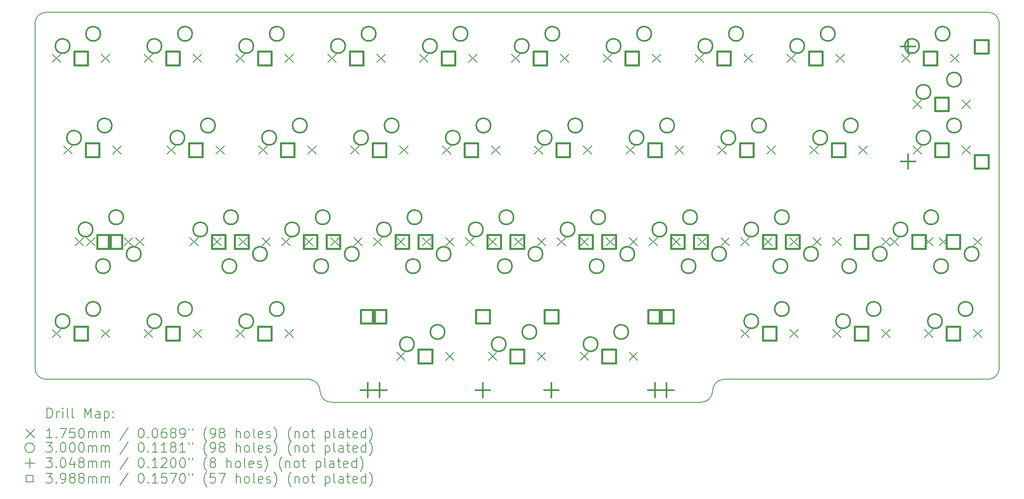
<source format=gbr>
%TF.GenerationSoftware,KiCad,Pcbnew,7.0.6*%
%TF.CreationDate,2023-12-03T11:50:20-05:00*%
%TF.ProjectId,cutiepie2040-dual-stagger-hotswap-pcb,63757469-6570-4696-9532-3034302d6475,rev?*%
%TF.SameCoordinates,PX2d6b3a0PY6f46b48*%
%TF.FileFunction,Drillmap*%
%TF.FilePolarity,Positive*%
%FSLAX45Y45*%
G04 Gerber Fmt 4.5, Leading zero omitted, Abs format (unit mm)*
G04 Created by KiCad (PCBNEW 7.0.6) date 2023-12-03 11:50:20*
%MOMM*%
%LPD*%
G01*
G04 APERTURE LIST*
%ADD10C,0.200000*%
%ADD11C,0.175000*%
%ADD12C,0.300000*%
%ADD13C,0.304800*%
%ADD14C,0.398780*%
G04 APERTURE END LIST*
D10*
X239988Y8096281D02*
G75*
G03*
X-12Y7886485I-10890J-229716D01*
G01*
X239988Y8096279D02*
X19794988Y8096279D01*
X5914393Y219057D02*
G75*
G03*
X5683967Y476279I-243825J13398D01*
G01*
X-7Y718779D02*
G75*
G03*
X209988Y476279I231175J-11985D01*
G01*
X6161467Y29D02*
X13809988Y29D01*
X19761467Y476277D02*
G75*
G03*
X20002488Y687593I10532J231097D01*
G01*
X5914394Y219057D02*
G75*
G03*
X6161467Y29I233054J14028D01*
G01*
X14287488Y476282D02*
G75*
G03*
X14057061Y221978I11930J-242358D01*
G01*
X14287488Y476279D02*
X19761467Y476279D01*
X-12Y718779D02*
X-12Y7886485D01*
X209988Y476279D02*
X5683967Y476279D01*
X20002489Y7857758D02*
G75*
G03*
X19794988Y8096279I-227901J11256D01*
G01*
X20002488Y7857758D02*
X20002488Y687593D01*
X13809988Y22D02*
G75*
G03*
X14057061Y221978I12560J234512D01*
G01*
D11*
X356988Y7231279D02*
X531988Y7056279D01*
X531988Y7231279D02*
X356988Y7056279D01*
X356988Y1516279D02*
X531988Y1341279D01*
X531988Y1516279D02*
X356988Y1341279D01*
X595113Y5326279D02*
X770113Y5151279D01*
X770113Y5326279D02*
X595113Y5151279D01*
X833238Y3421279D02*
X1008238Y3246279D01*
X1008238Y3421279D02*
X833238Y3246279D01*
X1071368Y3421272D02*
X1246368Y3246272D01*
X1246368Y3421272D02*
X1071368Y3246272D01*
X1372988Y7231279D02*
X1547988Y7056279D01*
X1547988Y7231279D02*
X1372988Y7056279D01*
X1372988Y1516279D02*
X1547988Y1341279D01*
X1547988Y1516279D02*
X1372988Y1341279D01*
X1611113Y5326279D02*
X1786113Y5151279D01*
X1786113Y5326279D02*
X1611113Y5151279D01*
X1849238Y3421279D02*
X2024238Y3246279D01*
X2024238Y3421279D02*
X1849238Y3246279D01*
X2087368Y3421272D02*
X2262368Y3246272D01*
X2262368Y3421272D02*
X2087368Y3246272D01*
X2261988Y7231279D02*
X2436988Y7056279D01*
X2436988Y7231279D02*
X2261988Y7056279D01*
X2261988Y1516279D02*
X2436988Y1341279D01*
X2436988Y1516279D02*
X2261988Y1341279D01*
X2738238Y5326279D02*
X2913238Y5151279D01*
X2913238Y5326279D02*
X2738238Y5151279D01*
X3214488Y3421279D02*
X3389488Y3246279D01*
X3389488Y3421279D02*
X3214488Y3246279D01*
X3277988Y7231279D02*
X3452988Y7056279D01*
X3452988Y7231279D02*
X3277988Y7056279D01*
X3277988Y1516279D02*
X3452988Y1341279D01*
X3452988Y1516279D02*
X3277988Y1341279D01*
X3690743Y3421272D02*
X3865743Y3246272D01*
X3865743Y3421272D02*
X3690743Y3246272D01*
X3754238Y5326279D02*
X3929238Y5151279D01*
X3929238Y5326279D02*
X3754238Y5151279D01*
X4166988Y7231279D02*
X4341988Y7056279D01*
X4341988Y7231279D02*
X4166988Y7056279D01*
X4166988Y1516279D02*
X4341988Y1341279D01*
X4341988Y1516279D02*
X4166988Y1341279D01*
X4230488Y3421279D02*
X4405488Y3246279D01*
X4405488Y3421279D02*
X4230488Y3246279D01*
X4643238Y5326279D02*
X4818238Y5151279D01*
X4818238Y5326279D02*
X4643238Y5151279D01*
X4706743Y3421272D02*
X4881743Y3246272D01*
X4881743Y3421272D02*
X4706743Y3246272D01*
X5119488Y3421279D02*
X5294488Y3246279D01*
X5294488Y3421279D02*
X5119488Y3246279D01*
X5182988Y7231279D02*
X5357988Y7056279D01*
X5357988Y7231279D02*
X5182988Y7056279D01*
X5182988Y1516279D02*
X5357988Y1341279D01*
X5357988Y1516279D02*
X5182988Y1341279D01*
X5595743Y3421267D02*
X5770743Y3246267D01*
X5770743Y3421267D02*
X5595743Y3246267D01*
X5659238Y5326279D02*
X5834238Y5151279D01*
X5834238Y5326279D02*
X5659238Y5151279D01*
X6071988Y7231279D02*
X6246988Y7056279D01*
X6246988Y7231279D02*
X6071988Y7056279D01*
X6135488Y3421279D02*
X6310488Y3246279D01*
X6310488Y3421279D02*
X6135488Y3246279D01*
X6548238Y5326279D02*
X6723238Y5151279D01*
X6723238Y5326279D02*
X6548238Y5151279D01*
X6611743Y3421267D02*
X6786743Y3246267D01*
X6786743Y3421267D02*
X6611743Y3246267D01*
X7024488Y3421279D02*
X7199488Y3246279D01*
X7199488Y3421279D02*
X7024488Y3246279D01*
X7087988Y7231279D02*
X7262988Y7056279D01*
X7262988Y7231279D02*
X7087988Y7056279D01*
X7500738Y1040002D02*
X7675738Y865002D01*
X7675738Y1040002D02*
X7500738Y865002D01*
X7500743Y3421267D02*
X7675743Y3246267D01*
X7675743Y3421267D02*
X7500743Y3246267D01*
X7564238Y5326279D02*
X7739238Y5151279D01*
X7739238Y5326279D02*
X7564238Y5151279D01*
X7976988Y7231279D02*
X8151988Y7056279D01*
X8151988Y7231279D02*
X7976988Y7056279D01*
X8040488Y3421279D02*
X8215488Y3246279D01*
X8215488Y3421279D02*
X8040488Y3246279D01*
X8453238Y5326279D02*
X8628238Y5151279D01*
X8628238Y5326279D02*
X8453238Y5151279D01*
X8516738Y1040002D02*
X8691738Y865002D01*
X8691738Y1040002D02*
X8516738Y865002D01*
X8516743Y3421267D02*
X8691743Y3246267D01*
X8691743Y3421267D02*
X8516743Y3246267D01*
X8929488Y3421279D02*
X9104488Y3246279D01*
X9104488Y3421279D02*
X8929488Y3246279D01*
X8992988Y7231279D02*
X9167988Y7056279D01*
X9167988Y7231279D02*
X8992988Y7056279D01*
X9405738Y1040002D02*
X9580738Y865002D01*
X9580738Y1040002D02*
X9405738Y865002D01*
X9405743Y3421272D02*
X9580743Y3246272D01*
X9580743Y3421272D02*
X9405743Y3246272D01*
X9469238Y5326279D02*
X9644238Y5151279D01*
X9644238Y5326279D02*
X9469238Y5151279D01*
X9881988Y7231279D02*
X10056988Y7056279D01*
X10056988Y7231279D02*
X9881988Y7056279D01*
X9945488Y3421279D02*
X10120488Y3246279D01*
X10120488Y3421279D02*
X9945488Y3246279D01*
X10358238Y5326279D02*
X10533238Y5151279D01*
X10533238Y5326279D02*
X10358238Y5151279D01*
X10421738Y1040002D02*
X10596738Y865002D01*
X10596738Y1040002D02*
X10421738Y865002D01*
X10421743Y3421272D02*
X10596743Y3246272D01*
X10596743Y3421272D02*
X10421743Y3246272D01*
X10834488Y3421279D02*
X11009488Y3246279D01*
X11009488Y3421279D02*
X10834488Y3246279D01*
X10897988Y7231279D02*
X11072988Y7056279D01*
X11072988Y7231279D02*
X10897988Y7056279D01*
X11310738Y1040002D02*
X11485738Y865002D01*
X11485738Y1040002D02*
X11310738Y865002D01*
X11310743Y3421267D02*
X11485743Y3246267D01*
X11485743Y3421267D02*
X11310743Y3246267D01*
X11374238Y5326279D02*
X11549238Y5151279D01*
X11549238Y5326279D02*
X11374238Y5151279D01*
X11786988Y7231279D02*
X11961988Y7056279D01*
X11961988Y7231279D02*
X11786988Y7056279D01*
X11850488Y3421279D02*
X12025488Y3246279D01*
X12025488Y3421279D02*
X11850488Y3246279D01*
X12263238Y5326279D02*
X12438238Y5151279D01*
X12438238Y5326279D02*
X12263238Y5151279D01*
X12326738Y1040002D02*
X12501738Y865002D01*
X12501738Y1040002D02*
X12326738Y865002D01*
X12326743Y3421267D02*
X12501743Y3246267D01*
X12501743Y3421267D02*
X12326743Y3246267D01*
X12739488Y3421279D02*
X12914488Y3246279D01*
X12914488Y3421279D02*
X12739488Y3246279D01*
X12802988Y7231279D02*
X12977988Y7056279D01*
X12977988Y7231279D02*
X12802988Y7056279D01*
X13215743Y3421272D02*
X13390743Y3246272D01*
X13390743Y3421272D02*
X13215743Y3246272D01*
X13279238Y5326279D02*
X13454238Y5151279D01*
X13454238Y5326279D02*
X13279238Y5151279D01*
X13691988Y7231279D02*
X13866988Y7056279D01*
X13866988Y7231279D02*
X13691988Y7056279D01*
X13755488Y3421279D02*
X13930488Y3246279D01*
X13930488Y3421279D02*
X13755488Y3246279D01*
X14168238Y5326279D02*
X14343238Y5151279D01*
X14343238Y5326279D02*
X14168238Y5151279D01*
X14231743Y3421272D02*
X14406743Y3246272D01*
X14406743Y3421272D02*
X14231743Y3246272D01*
X14644488Y3421279D02*
X14819488Y3246279D01*
X14819488Y3421279D02*
X14644488Y3246279D01*
X14644488Y1516279D02*
X14819488Y1341279D01*
X14819488Y1516279D02*
X14644488Y1341279D01*
X14707988Y7231279D02*
X14882988Y7056279D01*
X14882988Y7231279D02*
X14707988Y7056279D01*
X15120743Y3421272D02*
X15295743Y3246272D01*
X15295743Y3421272D02*
X15120743Y3246272D01*
X15184238Y5326279D02*
X15359238Y5151279D01*
X15359238Y5326279D02*
X15184238Y5151279D01*
X15596988Y7231279D02*
X15771988Y7056279D01*
X15771988Y7231279D02*
X15596988Y7056279D01*
X15660488Y3421279D02*
X15835488Y3246279D01*
X15835488Y3421279D02*
X15660488Y3246279D01*
X15660488Y1516279D02*
X15835488Y1341279D01*
X15835488Y1516279D02*
X15660488Y1341279D01*
X16073238Y5326279D02*
X16248238Y5151279D01*
X16248238Y5326279D02*
X16073238Y5151279D01*
X16136743Y3421272D02*
X16311743Y3246272D01*
X16311743Y3421272D02*
X16136743Y3246272D01*
X16549488Y3421279D02*
X16724488Y3246279D01*
X16724488Y3421279D02*
X16549488Y3246279D01*
X16549488Y1516279D02*
X16724488Y1341279D01*
X16724488Y1516279D02*
X16549488Y1341279D01*
X16612988Y7231279D02*
X16787988Y7056279D01*
X16787988Y7231279D02*
X16612988Y7056279D01*
X17089238Y5326279D02*
X17264238Y5151279D01*
X17264238Y5326279D02*
X17089238Y5151279D01*
X17565488Y3421279D02*
X17740488Y3246279D01*
X17740488Y3421279D02*
X17565488Y3246279D01*
X17565488Y1516279D02*
X17740488Y1341279D01*
X17740488Y1516279D02*
X17565488Y1341279D01*
X17740118Y3421251D02*
X17915118Y3246251D01*
X17915118Y3421251D02*
X17740118Y3246251D01*
X17978238Y7231279D02*
X18153238Y7056279D01*
X18153238Y7231279D02*
X17978238Y7056279D01*
X18216363Y5326279D02*
X18391363Y5151279D01*
X18391363Y5326279D02*
X18216363Y5151279D01*
X18216383Y6278775D02*
X18391383Y6103775D01*
X18391383Y6278775D02*
X18216383Y6103775D01*
X18454488Y1516279D02*
X18629488Y1341279D01*
X18629488Y1516279D02*
X18454488Y1341279D01*
X18454508Y3421279D02*
X18629508Y3246279D01*
X18629508Y3421279D02*
X18454508Y3246279D01*
X18756118Y3421251D02*
X18931118Y3246251D01*
X18931118Y3421251D02*
X18756118Y3246251D01*
X18994238Y7231279D02*
X19169238Y7056279D01*
X19169238Y7231279D02*
X18994238Y7056279D01*
X19232363Y5326279D02*
X19407363Y5151279D01*
X19407363Y5326279D02*
X19232363Y5151279D01*
X19232383Y6278775D02*
X19407383Y6103775D01*
X19407383Y6278775D02*
X19232383Y6103775D01*
X19470488Y1516279D02*
X19645488Y1341279D01*
X19645488Y1516279D02*
X19470488Y1341279D01*
X19470508Y3421279D02*
X19645508Y3246279D01*
X19645508Y3421279D02*
X19470508Y3246279D01*
D12*
X721488Y7397779D02*
G75*
G03*
X721488Y7397779I-150000J0D01*
G01*
X721488Y1682779D02*
G75*
G03*
X721488Y1682779I-150000J0D01*
G01*
X959613Y5492779D02*
G75*
G03*
X959613Y5492779I-150000J0D01*
G01*
X1197738Y3587779D02*
G75*
G03*
X1197738Y3587779I-150000J0D01*
G01*
X1356488Y7651779D02*
G75*
G03*
X1356488Y7651779I-150000J0D01*
G01*
X1356488Y1936779D02*
G75*
G03*
X1356488Y1936779I-150000J0D01*
G01*
X1562868Y2825772D02*
G75*
G03*
X1562868Y2825772I-150000J0D01*
G01*
X1594613Y5746779D02*
G75*
G03*
X1594613Y5746779I-150000J0D01*
G01*
X1832738Y3841779D02*
G75*
G03*
X1832738Y3841779I-150000J0D01*
G01*
X2197868Y3079772D02*
G75*
G03*
X2197868Y3079772I-150000J0D01*
G01*
X2626488Y7397779D02*
G75*
G03*
X2626488Y7397779I-150000J0D01*
G01*
X2626488Y1682779D02*
G75*
G03*
X2626488Y1682779I-150000J0D01*
G01*
X3102738Y5492779D02*
G75*
G03*
X3102738Y5492779I-150000J0D01*
G01*
X3261488Y7651779D02*
G75*
G03*
X3261488Y7651779I-150000J0D01*
G01*
X3261488Y1936779D02*
G75*
G03*
X3261488Y1936779I-150000J0D01*
G01*
X3578988Y3587779D02*
G75*
G03*
X3578988Y3587779I-150000J0D01*
G01*
X3737738Y5746779D02*
G75*
G03*
X3737738Y5746779I-150000J0D01*
G01*
X4182243Y2825772D02*
G75*
G03*
X4182243Y2825772I-150000J0D01*
G01*
X4213988Y3841779D02*
G75*
G03*
X4213988Y3841779I-150000J0D01*
G01*
X4531488Y7397779D02*
G75*
G03*
X4531488Y7397779I-150000J0D01*
G01*
X4531488Y1682779D02*
G75*
G03*
X4531488Y1682779I-150000J0D01*
G01*
X4817243Y3079772D02*
G75*
G03*
X4817243Y3079772I-150000J0D01*
G01*
X5007738Y5492779D02*
G75*
G03*
X5007738Y5492779I-150000J0D01*
G01*
X5166488Y7651779D02*
G75*
G03*
X5166488Y7651779I-150000J0D01*
G01*
X5166488Y1936779D02*
G75*
G03*
X5166488Y1936779I-150000J0D01*
G01*
X5483988Y3587779D02*
G75*
G03*
X5483988Y3587779I-150000J0D01*
G01*
X5642738Y5746779D02*
G75*
G03*
X5642738Y5746779I-150000J0D01*
G01*
X6087243Y2825767D02*
G75*
G03*
X6087243Y2825767I-150000J0D01*
G01*
X6118988Y3841779D02*
G75*
G03*
X6118988Y3841779I-150000J0D01*
G01*
X6436488Y7397779D02*
G75*
G03*
X6436488Y7397779I-150000J0D01*
G01*
X6722243Y3079767D02*
G75*
G03*
X6722243Y3079767I-150000J0D01*
G01*
X6912738Y5492779D02*
G75*
G03*
X6912738Y5492779I-150000J0D01*
G01*
X7071488Y7651779D02*
G75*
G03*
X7071488Y7651779I-150000J0D01*
G01*
X7388988Y3587779D02*
G75*
G03*
X7388988Y3587779I-150000J0D01*
G01*
X7547738Y5746779D02*
G75*
G03*
X7547738Y5746779I-150000J0D01*
G01*
X7865238Y1206502D02*
G75*
G03*
X7865238Y1206502I-150000J0D01*
G01*
X7992243Y2825767D02*
G75*
G03*
X7992243Y2825767I-150000J0D01*
G01*
X8023988Y3841779D02*
G75*
G03*
X8023988Y3841779I-150000J0D01*
G01*
X8341488Y7397779D02*
G75*
G03*
X8341488Y7397779I-150000J0D01*
G01*
X8500238Y1460502D02*
G75*
G03*
X8500238Y1460502I-150000J0D01*
G01*
X8627243Y3079767D02*
G75*
G03*
X8627243Y3079767I-150000J0D01*
G01*
X8817738Y5492779D02*
G75*
G03*
X8817738Y5492779I-150000J0D01*
G01*
X8976488Y7651779D02*
G75*
G03*
X8976488Y7651779I-150000J0D01*
G01*
X9293988Y3587779D02*
G75*
G03*
X9293988Y3587779I-150000J0D01*
G01*
X9452738Y5746779D02*
G75*
G03*
X9452738Y5746779I-150000J0D01*
G01*
X9770238Y1206502D02*
G75*
G03*
X9770238Y1206502I-150000J0D01*
G01*
X9897243Y2825772D02*
G75*
G03*
X9897243Y2825772I-150000J0D01*
G01*
X9928988Y3841779D02*
G75*
G03*
X9928988Y3841779I-150000J0D01*
G01*
X10246488Y7397779D02*
G75*
G03*
X10246488Y7397779I-150000J0D01*
G01*
X10405238Y1460502D02*
G75*
G03*
X10405238Y1460502I-150000J0D01*
G01*
X10532243Y3079772D02*
G75*
G03*
X10532243Y3079772I-150000J0D01*
G01*
X10722738Y5492779D02*
G75*
G03*
X10722738Y5492779I-150000J0D01*
G01*
X10881488Y7651779D02*
G75*
G03*
X10881488Y7651779I-150000J0D01*
G01*
X11198988Y3587779D02*
G75*
G03*
X11198988Y3587779I-150000J0D01*
G01*
X11357738Y5746779D02*
G75*
G03*
X11357738Y5746779I-150000J0D01*
G01*
X11675238Y1206502D02*
G75*
G03*
X11675238Y1206502I-150000J0D01*
G01*
X11802243Y2825767D02*
G75*
G03*
X11802243Y2825767I-150000J0D01*
G01*
X11833988Y3841779D02*
G75*
G03*
X11833988Y3841779I-150000J0D01*
G01*
X12151488Y7397779D02*
G75*
G03*
X12151488Y7397779I-150000J0D01*
G01*
X12310238Y1460502D02*
G75*
G03*
X12310238Y1460502I-150000J0D01*
G01*
X12437243Y3079767D02*
G75*
G03*
X12437243Y3079767I-150000J0D01*
G01*
X12627738Y5492779D02*
G75*
G03*
X12627738Y5492779I-150000J0D01*
G01*
X12786488Y7651779D02*
G75*
G03*
X12786488Y7651779I-150000J0D01*
G01*
X13103988Y3587779D02*
G75*
G03*
X13103988Y3587779I-150000J0D01*
G01*
X13262738Y5746779D02*
G75*
G03*
X13262738Y5746779I-150000J0D01*
G01*
X13707243Y2825772D02*
G75*
G03*
X13707243Y2825772I-150000J0D01*
G01*
X13738988Y3841779D02*
G75*
G03*
X13738988Y3841779I-150000J0D01*
G01*
X14056488Y7397779D02*
G75*
G03*
X14056488Y7397779I-150000J0D01*
G01*
X14342243Y3079772D02*
G75*
G03*
X14342243Y3079772I-150000J0D01*
G01*
X14532738Y5492779D02*
G75*
G03*
X14532738Y5492779I-150000J0D01*
G01*
X14691488Y7651779D02*
G75*
G03*
X14691488Y7651779I-150000J0D01*
G01*
X15008988Y3587779D02*
G75*
G03*
X15008988Y3587779I-150000J0D01*
G01*
X15008988Y1682779D02*
G75*
G03*
X15008988Y1682779I-150000J0D01*
G01*
X15167738Y5746779D02*
G75*
G03*
X15167738Y5746779I-150000J0D01*
G01*
X15612243Y2825772D02*
G75*
G03*
X15612243Y2825772I-150000J0D01*
G01*
X15643988Y3841779D02*
G75*
G03*
X15643988Y3841779I-150000J0D01*
G01*
X15643988Y1936779D02*
G75*
G03*
X15643988Y1936779I-150000J0D01*
G01*
X15961488Y7397779D02*
G75*
G03*
X15961488Y7397779I-150000J0D01*
G01*
X16247243Y3079772D02*
G75*
G03*
X16247243Y3079772I-150000J0D01*
G01*
X16437738Y5492779D02*
G75*
G03*
X16437738Y5492779I-150000J0D01*
G01*
X16596488Y7651779D02*
G75*
G03*
X16596488Y7651779I-150000J0D01*
G01*
X16913988Y1682779D02*
G75*
G03*
X16913988Y1682779I-150000J0D01*
G01*
X17040988Y2825779D02*
G75*
G03*
X17040988Y2825779I-150000J0D01*
G01*
X17072738Y5746779D02*
G75*
G03*
X17072738Y5746779I-150000J0D01*
G01*
X17548988Y1936779D02*
G75*
G03*
X17548988Y1936779I-150000J0D01*
G01*
X17675988Y3079779D02*
G75*
G03*
X17675988Y3079779I-150000J0D01*
G01*
X18104618Y3587751D02*
G75*
G03*
X18104618Y3587751I-150000J0D01*
G01*
X18342738Y7397779D02*
G75*
G03*
X18342738Y7397779I-150000J0D01*
G01*
X18580863Y5492779D02*
G75*
G03*
X18580863Y5492779I-150000J0D01*
G01*
X18580883Y6445275D02*
G75*
G03*
X18580883Y6445275I-150000J0D01*
G01*
X18739618Y3841751D02*
G75*
G03*
X18739618Y3841751I-150000J0D01*
G01*
X18818988Y1682779D02*
G75*
G03*
X18818988Y1682779I-150000J0D01*
G01*
X18946008Y2825779D02*
G75*
G03*
X18946008Y2825779I-150000J0D01*
G01*
X18977738Y7651779D02*
G75*
G03*
X18977738Y7651779I-150000J0D01*
G01*
X19215863Y5746779D02*
G75*
G03*
X19215863Y5746779I-150000J0D01*
G01*
X19215883Y6699275D02*
G75*
G03*
X19215883Y6699275I-150000J0D01*
G01*
X19453988Y1936779D02*
G75*
G03*
X19453988Y1936779I-150000J0D01*
G01*
X19581008Y3079779D02*
G75*
G03*
X19581008Y3079779I-150000J0D01*
G01*
D13*
X6902438Y406402D02*
X6902438Y101602D01*
X6750038Y254002D02*
X7054838Y254002D01*
X7143738Y406402D02*
X7143738Y101602D01*
X6991338Y254002D02*
X7296138Y254002D01*
X9290038Y406402D02*
X9290038Y101602D01*
X9137638Y254002D02*
X9442438Y254002D01*
X10712438Y406402D02*
X10712438Y101602D01*
X10560038Y254002D02*
X10864838Y254002D01*
X12858738Y406402D02*
X12858738Y101602D01*
X12706338Y254002D02*
X13011138Y254002D01*
X13100038Y406402D02*
X13100038Y101602D01*
X12947638Y254002D02*
X13252438Y254002D01*
X18113422Y7537466D02*
X18113422Y7232666D01*
X17961022Y7385066D02*
X18265822Y7385066D01*
X18113422Y5149866D02*
X18113422Y4845066D01*
X17961022Y4997466D02*
X18265822Y4997466D01*
D14*
X1093479Y7002788D02*
X1093479Y7284771D01*
X811497Y7284771D01*
X811497Y7002788D01*
X1093479Y7002788D01*
X1093479Y1287788D02*
X1093479Y1569771D01*
X811497Y1569771D01*
X811497Y1287788D01*
X1093479Y1287788D01*
X1331604Y5097788D02*
X1331604Y5379771D01*
X1049622Y5379771D01*
X1049622Y5097788D01*
X1331604Y5097788D01*
X1569729Y3192788D02*
X1569729Y3474771D01*
X1287747Y3474771D01*
X1287747Y3192788D01*
X1569729Y3192788D01*
X1807860Y3192781D02*
X1807860Y3474764D01*
X1525877Y3474764D01*
X1525877Y3192781D01*
X1807860Y3192781D01*
X2998479Y7002788D02*
X2998479Y7284771D01*
X2716497Y7284771D01*
X2716497Y7002788D01*
X2998479Y7002788D01*
X2998479Y1287788D02*
X2998479Y1569771D01*
X2716497Y1569771D01*
X2716497Y1287788D01*
X2998479Y1287788D01*
X3474729Y5097788D02*
X3474729Y5379771D01*
X3192747Y5379771D01*
X3192747Y5097788D01*
X3474729Y5097788D01*
X3950979Y3192788D02*
X3950979Y3474771D01*
X3668997Y3474771D01*
X3668997Y3192788D01*
X3950979Y3192788D01*
X4427235Y3192781D02*
X4427235Y3474764D01*
X4145252Y3474764D01*
X4145252Y3192781D01*
X4427235Y3192781D01*
X4903479Y7002788D02*
X4903479Y7284771D01*
X4621497Y7284771D01*
X4621497Y7002788D01*
X4903479Y7002788D01*
X4903479Y1287788D02*
X4903479Y1569771D01*
X4621497Y1569771D01*
X4621497Y1287788D01*
X4903479Y1287788D01*
X5379729Y5097788D02*
X5379729Y5379771D01*
X5097747Y5379771D01*
X5097747Y5097788D01*
X5379729Y5097788D01*
X5855979Y3192788D02*
X5855979Y3474771D01*
X5573997Y3474771D01*
X5573997Y3192788D01*
X5855979Y3192788D01*
X6330256Y3192776D02*
X6330256Y3474759D01*
X6048274Y3474759D01*
X6048274Y3192776D01*
X6330256Y3192776D01*
X6808479Y7002788D02*
X6808479Y7284771D01*
X6526497Y7284771D01*
X6526497Y7002788D01*
X6808479Y7002788D01*
X7043429Y1637011D02*
X7043429Y1918994D01*
X6761447Y1918994D01*
X6761447Y1637011D01*
X7043429Y1637011D01*
X7284729Y5097788D02*
X7284729Y5379771D01*
X7002747Y5379771D01*
X7002747Y5097788D01*
X7284729Y5097788D01*
X7284729Y1637011D02*
X7284729Y1918994D01*
X7002747Y1918994D01*
X7002747Y1637011D01*
X7284729Y1637011D01*
X7760979Y3192788D02*
X7760979Y3474771D01*
X7478997Y3474771D01*
X7478997Y3192788D01*
X7760979Y3192788D01*
X8237229Y811511D02*
X8237229Y1093494D01*
X7955247Y1093494D01*
X7955247Y811511D01*
X8237229Y811511D01*
X8237235Y3192776D02*
X8237235Y3474759D01*
X7955252Y3474759D01*
X7955252Y3192776D01*
X8237235Y3192776D01*
X8713479Y7002788D02*
X8713479Y7284771D01*
X8431497Y7284771D01*
X8431497Y7002788D01*
X8713479Y7002788D01*
X9189729Y5097788D02*
X9189729Y5379771D01*
X8907747Y5379771D01*
X8907747Y5097788D01*
X9189729Y5097788D01*
X9431029Y1637011D02*
X9431029Y1918994D01*
X9149047Y1918994D01*
X9149047Y1637011D01*
X9431029Y1637011D01*
X9665979Y3192788D02*
X9665979Y3474771D01*
X9383997Y3474771D01*
X9383997Y3192788D01*
X9665979Y3192788D01*
X10142229Y811511D02*
X10142229Y1093494D01*
X9860247Y1093494D01*
X9860247Y811511D01*
X10142229Y811511D01*
X10142235Y3192781D02*
X10142235Y3474764D01*
X9860252Y3474764D01*
X9860252Y3192781D01*
X10142235Y3192781D01*
X10618479Y7002788D02*
X10618479Y7284771D01*
X10336497Y7284771D01*
X10336497Y7002788D01*
X10618479Y7002788D01*
X10853429Y1637011D02*
X10853429Y1918994D01*
X10571447Y1918994D01*
X10571447Y1637011D01*
X10853429Y1637011D01*
X11094729Y5097788D02*
X11094729Y5379771D01*
X10812747Y5379771D01*
X10812747Y5097788D01*
X11094729Y5097788D01*
X11570979Y3192788D02*
X11570979Y3474771D01*
X11288997Y3474771D01*
X11288997Y3192788D01*
X11570979Y3192788D01*
X12047229Y811511D02*
X12047229Y1093494D01*
X11765247Y1093494D01*
X11765247Y811511D01*
X12047229Y811511D01*
X12047235Y3192776D02*
X12047235Y3474759D01*
X11765252Y3474759D01*
X11765252Y3192776D01*
X12047235Y3192776D01*
X12523479Y7002788D02*
X12523479Y7284771D01*
X12241497Y7284771D01*
X12241497Y7002788D01*
X12523479Y7002788D01*
X12999729Y5097788D02*
X12999729Y5379771D01*
X12717747Y5379771D01*
X12717747Y5097788D01*
X12999729Y5097788D01*
X12999729Y1637011D02*
X12999729Y1918994D01*
X12717747Y1918994D01*
X12717747Y1637011D01*
X12999729Y1637011D01*
X13241029Y1637011D02*
X13241029Y1918994D01*
X12959047Y1918994D01*
X12959047Y1637011D01*
X13241029Y1637011D01*
X13475979Y3192788D02*
X13475979Y3474771D01*
X13193997Y3474771D01*
X13193997Y3192788D01*
X13475979Y3192788D01*
X13952235Y3192781D02*
X13952235Y3474764D01*
X13670252Y3474764D01*
X13670252Y3192781D01*
X13952235Y3192781D01*
X14428479Y7002788D02*
X14428479Y7284771D01*
X14146497Y7284771D01*
X14146497Y7002788D01*
X14428479Y7002788D01*
X14904729Y5097788D02*
X14904729Y5379771D01*
X14622747Y5379771D01*
X14622747Y5097788D01*
X14904729Y5097788D01*
X15380979Y3192788D02*
X15380979Y3474771D01*
X15098997Y3474771D01*
X15098997Y3192788D01*
X15380979Y3192788D01*
X15380979Y1287788D02*
X15380979Y1569771D01*
X15098997Y1569771D01*
X15098997Y1287788D01*
X15380979Y1287788D01*
X15857235Y3192781D02*
X15857235Y3474764D01*
X15575252Y3474764D01*
X15575252Y3192781D01*
X15857235Y3192781D01*
X16333479Y7002788D02*
X16333479Y7284771D01*
X16051497Y7284771D01*
X16051497Y7002788D01*
X16333479Y7002788D01*
X16809729Y5097788D02*
X16809729Y5379771D01*
X16527747Y5379771D01*
X16527747Y5097788D01*
X16809729Y5097788D01*
X17285979Y3192788D02*
X17285979Y3474771D01*
X17003997Y3474771D01*
X17003997Y3192788D01*
X17285979Y3192788D01*
X17285979Y1287788D02*
X17285979Y1569771D01*
X17003997Y1569771D01*
X17003997Y1287788D01*
X17285979Y1287788D01*
X18476610Y3192760D02*
X18476610Y3474743D01*
X18194627Y3474743D01*
X18194627Y3192760D01*
X18476610Y3192760D01*
X18714729Y7002788D02*
X18714729Y7284771D01*
X18432747Y7284771D01*
X18432747Y7002788D01*
X18714729Y7002788D01*
X18952854Y5097788D02*
X18952854Y5379771D01*
X18670872Y5379771D01*
X18670872Y5097788D01*
X18952854Y5097788D01*
X18952874Y6050283D02*
X18952874Y6332266D01*
X18670891Y6332266D01*
X18670891Y6050283D01*
X18952874Y6050283D01*
X19190979Y1287788D02*
X19190979Y1569771D01*
X18908997Y1569771D01*
X18908997Y1287788D01*
X19190979Y1287788D01*
X19190999Y3192788D02*
X19190999Y3474771D01*
X18909017Y3474771D01*
X18909017Y3192788D01*
X19190999Y3192788D01*
X19778414Y7244074D02*
X19778414Y7526057D01*
X19496431Y7526057D01*
X19496431Y7244074D01*
X19778414Y7244074D01*
X19778414Y4856474D02*
X19778414Y5138457D01*
X19496431Y5138457D01*
X19496431Y4856474D01*
X19778414Y4856474D01*
D10*
X250459Y-321876D02*
X250459Y-121876D01*
X250459Y-121876D02*
X298078Y-121876D01*
X298078Y-121876D02*
X326649Y-131399D01*
X326649Y-131399D02*
X345697Y-150447D01*
X345697Y-150447D02*
X355221Y-169495D01*
X355221Y-169495D02*
X364744Y-207590D01*
X364744Y-207590D02*
X364744Y-236161D01*
X364744Y-236161D02*
X355221Y-274257D01*
X355221Y-274257D02*
X345697Y-293304D01*
X345697Y-293304D02*
X326649Y-312352D01*
X326649Y-312352D02*
X298078Y-321876D01*
X298078Y-321876D02*
X250459Y-321876D01*
X450459Y-321876D02*
X450459Y-188542D01*
X450459Y-226637D02*
X459983Y-207590D01*
X459983Y-207590D02*
X469506Y-198066D01*
X469506Y-198066D02*
X488554Y-188542D01*
X488554Y-188542D02*
X507602Y-188542D01*
X574268Y-321876D02*
X574268Y-188542D01*
X574268Y-121876D02*
X564745Y-131399D01*
X564745Y-131399D02*
X574268Y-140923D01*
X574268Y-140923D02*
X583792Y-131399D01*
X583792Y-131399D02*
X574268Y-121876D01*
X574268Y-121876D02*
X574268Y-140923D01*
X698078Y-321876D02*
X679030Y-312352D01*
X679030Y-312352D02*
X669506Y-293304D01*
X669506Y-293304D02*
X669506Y-121876D01*
X802840Y-321876D02*
X783792Y-312352D01*
X783792Y-312352D02*
X774268Y-293304D01*
X774268Y-293304D02*
X774268Y-121876D01*
X1031411Y-321876D02*
X1031411Y-121876D01*
X1031411Y-121876D02*
X1098078Y-264733D01*
X1098078Y-264733D02*
X1164745Y-121876D01*
X1164745Y-121876D02*
X1164745Y-321876D01*
X1345697Y-321876D02*
X1345697Y-217114D01*
X1345697Y-217114D02*
X1336173Y-198066D01*
X1336173Y-198066D02*
X1317126Y-188542D01*
X1317126Y-188542D02*
X1279030Y-188542D01*
X1279030Y-188542D02*
X1259983Y-198066D01*
X1345697Y-312352D02*
X1326649Y-321876D01*
X1326649Y-321876D02*
X1279030Y-321876D01*
X1279030Y-321876D02*
X1259983Y-312352D01*
X1259983Y-312352D02*
X1250459Y-293304D01*
X1250459Y-293304D02*
X1250459Y-274257D01*
X1250459Y-274257D02*
X1259983Y-255209D01*
X1259983Y-255209D02*
X1279030Y-245685D01*
X1279030Y-245685D02*
X1326649Y-245685D01*
X1326649Y-245685D02*
X1345697Y-236161D01*
X1440935Y-188542D02*
X1440935Y-388542D01*
X1440935Y-198066D02*
X1459983Y-188542D01*
X1459983Y-188542D02*
X1498078Y-188542D01*
X1498078Y-188542D02*
X1517125Y-198066D01*
X1517125Y-198066D02*
X1526649Y-207590D01*
X1526649Y-207590D02*
X1536173Y-226637D01*
X1536173Y-226637D02*
X1536173Y-283780D01*
X1536173Y-283780D02*
X1526649Y-302828D01*
X1526649Y-302828D02*
X1517125Y-312352D01*
X1517125Y-312352D02*
X1498078Y-321876D01*
X1498078Y-321876D02*
X1459983Y-321876D01*
X1459983Y-321876D02*
X1440935Y-312352D01*
X1621887Y-302828D02*
X1631411Y-312352D01*
X1631411Y-312352D02*
X1621887Y-321876D01*
X1621887Y-321876D02*
X1612364Y-312352D01*
X1612364Y-312352D02*
X1621887Y-302828D01*
X1621887Y-302828D02*
X1621887Y-321876D01*
X1621887Y-198066D02*
X1631411Y-207590D01*
X1631411Y-207590D02*
X1621887Y-217114D01*
X1621887Y-217114D02*
X1612364Y-207590D01*
X1612364Y-207590D02*
X1621887Y-198066D01*
X1621887Y-198066D02*
X1621887Y-217114D01*
D11*
X-185318Y-562892D02*
X-10318Y-737892D01*
X-10318Y-562892D02*
X-185318Y-737892D01*
D10*
X355221Y-741876D02*
X240935Y-741876D01*
X298078Y-741876D02*
X298078Y-541876D01*
X298078Y-541876D02*
X279030Y-570447D01*
X279030Y-570447D02*
X259983Y-589495D01*
X259983Y-589495D02*
X240935Y-599018D01*
X440935Y-722828D02*
X450459Y-732352D01*
X450459Y-732352D02*
X440935Y-741876D01*
X440935Y-741876D02*
X431411Y-732352D01*
X431411Y-732352D02*
X440935Y-722828D01*
X440935Y-722828D02*
X440935Y-741876D01*
X517125Y-541876D02*
X650459Y-541876D01*
X650459Y-541876D02*
X564745Y-741876D01*
X821887Y-541876D02*
X726649Y-541876D01*
X726649Y-541876D02*
X717125Y-637114D01*
X717125Y-637114D02*
X726649Y-627590D01*
X726649Y-627590D02*
X745697Y-618066D01*
X745697Y-618066D02*
X793316Y-618066D01*
X793316Y-618066D02*
X812364Y-627590D01*
X812364Y-627590D02*
X821887Y-637114D01*
X821887Y-637114D02*
X831411Y-656161D01*
X831411Y-656161D02*
X831411Y-703780D01*
X831411Y-703780D02*
X821887Y-722828D01*
X821887Y-722828D02*
X812364Y-732352D01*
X812364Y-732352D02*
X793316Y-741876D01*
X793316Y-741876D02*
X745697Y-741876D01*
X745697Y-741876D02*
X726649Y-732352D01*
X726649Y-732352D02*
X717125Y-722828D01*
X955221Y-541876D02*
X974268Y-541876D01*
X974268Y-541876D02*
X993316Y-551399D01*
X993316Y-551399D02*
X1002840Y-560923D01*
X1002840Y-560923D02*
X1012364Y-579971D01*
X1012364Y-579971D02*
X1021887Y-618066D01*
X1021887Y-618066D02*
X1021887Y-665685D01*
X1021887Y-665685D02*
X1012364Y-703780D01*
X1012364Y-703780D02*
X1002840Y-722828D01*
X1002840Y-722828D02*
X993316Y-732352D01*
X993316Y-732352D02*
X974268Y-741876D01*
X974268Y-741876D02*
X955221Y-741876D01*
X955221Y-741876D02*
X936173Y-732352D01*
X936173Y-732352D02*
X926649Y-722828D01*
X926649Y-722828D02*
X917125Y-703780D01*
X917125Y-703780D02*
X907602Y-665685D01*
X907602Y-665685D02*
X907602Y-618066D01*
X907602Y-618066D02*
X917125Y-579971D01*
X917125Y-579971D02*
X926649Y-560923D01*
X926649Y-560923D02*
X936173Y-551399D01*
X936173Y-551399D02*
X955221Y-541876D01*
X1107602Y-741876D02*
X1107602Y-608542D01*
X1107602Y-627590D02*
X1117126Y-618066D01*
X1117126Y-618066D02*
X1136173Y-608542D01*
X1136173Y-608542D02*
X1164745Y-608542D01*
X1164745Y-608542D02*
X1183792Y-618066D01*
X1183792Y-618066D02*
X1193316Y-637114D01*
X1193316Y-637114D02*
X1193316Y-741876D01*
X1193316Y-637114D02*
X1202840Y-618066D01*
X1202840Y-618066D02*
X1221887Y-608542D01*
X1221887Y-608542D02*
X1250459Y-608542D01*
X1250459Y-608542D02*
X1269507Y-618066D01*
X1269507Y-618066D02*
X1279030Y-637114D01*
X1279030Y-637114D02*
X1279030Y-741876D01*
X1374268Y-741876D02*
X1374268Y-608542D01*
X1374268Y-627590D02*
X1383792Y-618066D01*
X1383792Y-618066D02*
X1402840Y-608542D01*
X1402840Y-608542D02*
X1431411Y-608542D01*
X1431411Y-608542D02*
X1450459Y-618066D01*
X1450459Y-618066D02*
X1459983Y-637114D01*
X1459983Y-637114D02*
X1459983Y-741876D01*
X1459983Y-637114D02*
X1469506Y-618066D01*
X1469506Y-618066D02*
X1488554Y-608542D01*
X1488554Y-608542D02*
X1517125Y-608542D01*
X1517125Y-608542D02*
X1536173Y-618066D01*
X1536173Y-618066D02*
X1545697Y-637114D01*
X1545697Y-637114D02*
X1545697Y-741876D01*
X1936173Y-532352D02*
X1764745Y-789495D01*
X2193316Y-541876D02*
X2212364Y-541876D01*
X2212364Y-541876D02*
X2231411Y-551399D01*
X2231411Y-551399D02*
X2240935Y-560923D01*
X2240935Y-560923D02*
X2250459Y-579971D01*
X2250459Y-579971D02*
X2259983Y-618066D01*
X2259983Y-618066D02*
X2259983Y-665685D01*
X2259983Y-665685D02*
X2250459Y-703780D01*
X2250459Y-703780D02*
X2240935Y-722828D01*
X2240935Y-722828D02*
X2231411Y-732352D01*
X2231411Y-732352D02*
X2212364Y-741876D01*
X2212364Y-741876D02*
X2193316Y-741876D01*
X2193316Y-741876D02*
X2174269Y-732352D01*
X2174269Y-732352D02*
X2164745Y-722828D01*
X2164745Y-722828D02*
X2155221Y-703780D01*
X2155221Y-703780D02*
X2145697Y-665685D01*
X2145697Y-665685D02*
X2145697Y-618066D01*
X2145697Y-618066D02*
X2155221Y-579971D01*
X2155221Y-579971D02*
X2164745Y-560923D01*
X2164745Y-560923D02*
X2174269Y-551399D01*
X2174269Y-551399D02*
X2193316Y-541876D01*
X2345697Y-722828D02*
X2355221Y-732352D01*
X2355221Y-732352D02*
X2345697Y-741876D01*
X2345697Y-741876D02*
X2336173Y-732352D01*
X2336173Y-732352D02*
X2345697Y-722828D01*
X2345697Y-722828D02*
X2345697Y-741876D01*
X2479030Y-541876D02*
X2498078Y-541876D01*
X2498078Y-541876D02*
X2517126Y-551399D01*
X2517126Y-551399D02*
X2526650Y-560923D01*
X2526650Y-560923D02*
X2536173Y-579971D01*
X2536173Y-579971D02*
X2545697Y-618066D01*
X2545697Y-618066D02*
X2545697Y-665685D01*
X2545697Y-665685D02*
X2536173Y-703780D01*
X2536173Y-703780D02*
X2526650Y-722828D01*
X2526650Y-722828D02*
X2517126Y-732352D01*
X2517126Y-732352D02*
X2498078Y-741876D01*
X2498078Y-741876D02*
X2479030Y-741876D01*
X2479030Y-741876D02*
X2459983Y-732352D01*
X2459983Y-732352D02*
X2450459Y-722828D01*
X2450459Y-722828D02*
X2440935Y-703780D01*
X2440935Y-703780D02*
X2431411Y-665685D01*
X2431411Y-665685D02*
X2431411Y-618066D01*
X2431411Y-618066D02*
X2440935Y-579971D01*
X2440935Y-579971D02*
X2450459Y-560923D01*
X2450459Y-560923D02*
X2459983Y-551399D01*
X2459983Y-551399D02*
X2479030Y-541876D01*
X2717126Y-541876D02*
X2679030Y-541876D01*
X2679030Y-541876D02*
X2659983Y-551399D01*
X2659983Y-551399D02*
X2650459Y-560923D01*
X2650459Y-560923D02*
X2631411Y-589495D01*
X2631411Y-589495D02*
X2621888Y-627590D01*
X2621888Y-627590D02*
X2621888Y-703780D01*
X2621888Y-703780D02*
X2631411Y-722828D01*
X2631411Y-722828D02*
X2640935Y-732352D01*
X2640935Y-732352D02*
X2659983Y-741876D01*
X2659983Y-741876D02*
X2698078Y-741876D01*
X2698078Y-741876D02*
X2717126Y-732352D01*
X2717126Y-732352D02*
X2726650Y-722828D01*
X2726650Y-722828D02*
X2736173Y-703780D01*
X2736173Y-703780D02*
X2736173Y-656161D01*
X2736173Y-656161D02*
X2726650Y-637114D01*
X2726650Y-637114D02*
X2717126Y-627590D01*
X2717126Y-627590D02*
X2698078Y-618066D01*
X2698078Y-618066D02*
X2659983Y-618066D01*
X2659983Y-618066D02*
X2640935Y-627590D01*
X2640935Y-627590D02*
X2631411Y-637114D01*
X2631411Y-637114D02*
X2621888Y-656161D01*
X2850459Y-627590D02*
X2831411Y-618066D01*
X2831411Y-618066D02*
X2821888Y-608542D01*
X2821888Y-608542D02*
X2812364Y-589495D01*
X2812364Y-589495D02*
X2812364Y-579971D01*
X2812364Y-579971D02*
X2821888Y-560923D01*
X2821888Y-560923D02*
X2831411Y-551399D01*
X2831411Y-551399D02*
X2850459Y-541876D01*
X2850459Y-541876D02*
X2888554Y-541876D01*
X2888554Y-541876D02*
X2907602Y-551399D01*
X2907602Y-551399D02*
X2917126Y-560923D01*
X2917126Y-560923D02*
X2926649Y-579971D01*
X2926649Y-579971D02*
X2926649Y-589495D01*
X2926649Y-589495D02*
X2917126Y-608542D01*
X2917126Y-608542D02*
X2907602Y-618066D01*
X2907602Y-618066D02*
X2888554Y-627590D01*
X2888554Y-627590D02*
X2850459Y-627590D01*
X2850459Y-627590D02*
X2831411Y-637114D01*
X2831411Y-637114D02*
X2821888Y-646638D01*
X2821888Y-646638D02*
X2812364Y-665685D01*
X2812364Y-665685D02*
X2812364Y-703780D01*
X2812364Y-703780D02*
X2821888Y-722828D01*
X2821888Y-722828D02*
X2831411Y-732352D01*
X2831411Y-732352D02*
X2850459Y-741876D01*
X2850459Y-741876D02*
X2888554Y-741876D01*
X2888554Y-741876D02*
X2907602Y-732352D01*
X2907602Y-732352D02*
X2917126Y-722828D01*
X2917126Y-722828D02*
X2926649Y-703780D01*
X2926649Y-703780D02*
X2926649Y-665685D01*
X2926649Y-665685D02*
X2917126Y-646638D01*
X2917126Y-646638D02*
X2907602Y-637114D01*
X2907602Y-637114D02*
X2888554Y-627590D01*
X3021888Y-741876D02*
X3059983Y-741876D01*
X3059983Y-741876D02*
X3079030Y-732352D01*
X3079030Y-732352D02*
X3088554Y-722828D01*
X3088554Y-722828D02*
X3107602Y-694257D01*
X3107602Y-694257D02*
X3117126Y-656161D01*
X3117126Y-656161D02*
X3117126Y-579971D01*
X3117126Y-579971D02*
X3107602Y-560923D01*
X3107602Y-560923D02*
X3098078Y-551399D01*
X3098078Y-551399D02*
X3079030Y-541876D01*
X3079030Y-541876D02*
X3040935Y-541876D01*
X3040935Y-541876D02*
X3021888Y-551399D01*
X3021888Y-551399D02*
X3012364Y-560923D01*
X3012364Y-560923D02*
X3002840Y-579971D01*
X3002840Y-579971D02*
X3002840Y-627590D01*
X3002840Y-627590D02*
X3012364Y-646638D01*
X3012364Y-646638D02*
X3021888Y-656161D01*
X3021888Y-656161D02*
X3040935Y-665685D01*
X3040935Y-665685D02*
X3079030Y-665685D01*
X3079030Y-665685D02*
X3098078Y-656161D01*
X3098078Y-656161D02*
X3107602Y-646638D01*
X3107602Y-646638D02*
X3117126Y-627590D01*
X3193316Y-541876D02*
X3193316Y-579971D01*
X3269507Y-541876D02*
X3269507Y-579971D01*
X3564745Y-818066D02*
X3555221Y-808542D01*
X3555221Y-808542D02*
X3536173Y-779971D01*
X3536173Y-779971D02*
X3526650Y-760923D01*
X3526650Y-760923D02*
X3517126Y-732352D01*
X3517126Y-732352D02*
X3507602Y-684733D01*
X3507602Y-684733D02*
X3507602Y-646638D01*
X3507602Y-646638D02*
X3517126Y-599018D01*
X3517126Y-599018D02*
X3526650Y-570447D01*
X3526650Y-570447D02*
X3536173Y-551399D01*
X3536173Y-551399D02*
X3555221Y-522828D01*
X3555221Y-522828D02*
X3564745Y-513304D01*
X3650459Y-741876D02*
X3688554Y-741876D01*
X3688554Y-741876D02*
X3707602Y-732352D01*
X3707602Y-732352D02*
X3717126Y-722828D01*
X3717126Y-722828D02*
X3736173Y-694257D01*
X3736173Y-694257D02*
X3745697Y-656161D01*
X3745697Y-656161D02*
X3745697Y-579971D01*
X3745697Y-579971D02*
X3736173Y-560923D01*
X3736173Y-560923D02*
X3726650Y-551399D01*
X3726650Y-551399D02*
X3707602Y-541876D01*
X3707602Y-541876D02*
X3669507Y-541876D01*
X3669507Y-541876D02*
X3650459Y-551399D01*
X3650459Y-551399D02*
X3640935Y-560923D01*
X3640935Y-560923D02*
X3631411Y-579971D01*
X3631411Y-579971D02*
X3631411Y-627590D01*
X3631411Y-627590D02*
X3640935Y-646638D01*
X3640935Y-646638D02*
X3650459Y-656161D01*
X3650459Y-656161D02*
X3669507Y-665685D01*
X3669507Y-665685D02*
X3707602Y-665685D01*
X3707602Y-665685D02*
X3726650Y-656161D01*
X3726650Y-656161D02*
X3736173Y-646638D01*
X3736173Y-646638D02*
X3745697Y-627590D01*
X3859983Y-627590D02*
X3840935Y-618066D01*
X3840935Y-618066D02*
X3831411Y-608542D01*
X3831411Y-608542D02*
X3821888Y-589495D01*
X3821888Y-589495D02*
X3821888Y-579971D01*
X3821888Y-579971D02*
X3831411Y-560923D01*
X3831411Y-560923D02*
X3840935Y-551399D01*
X3840935Y-551399D02*
X3859983Y-541876D01*
X3859983Y-541876D02*
X3898078Y-541876D01*
X3898078Y-541876D02*
X3917126Y-551399D01*
X3917126Y-551399D02*
X3926650Y-560923D01*
X3926650Y-560923D02*
X3936173Y-579971D01*
X3936173Y-579971D02*
X3936173Y-589495D01*
X3936173Y-589495D02*
X3926650Y-608542D01*
X3926650Y-608542D02*
X3917126Y-618066D01*
X3917126Y-618066D02*
X3898078Y-627590D01*
X3898078Y-627590D02*
X3859983Y-627590D01*
X3859983Y-627590D02*
X3840935Y-637114D01*
X3840935Y-637114D02*
X3831411Y-646638D01*
X3831411Y-646638D02*
X3821888Y-665685D01*
X3821888Y-665685D02*
X3821888Y-703780D01*
X3821888Y-703780D02*
X3831411Y-722828D01*
X3831411Y-722828D02*
X3840935Y-732352D01*
X3840935Y-732352D02*
X3859983Y-741876D01*
X3859983Y-741876D02*
X3898078Y-741876D01*
X3898078Y-741876D02*
X3917126Y-732352D01*
X3917126Y-732352D02*
X3926650Y-722828D01*
X3926650Y-722828D02*
X3936173Y-703780D01*
X3936173Y-703780D02*
X3936173Y-665685D01*
X3936173Y-665685D02*
X3926650Y-646638D01*
X3926650Y-646638D02*
X3917126Y-637114D01*
X3917126Y-637114D02*
X3898078Y-627590D01*
X4174269Y-741876D02*
X4174269Y-541876D01*
X4259983Y-741876D02*
X4259983Y-637114D01*
X4259983Y-637114D02*
X4250459Y-618066D01*
X4250459Y-618066D02*
X4231412Y-608542D01*
X4231412Y-608542D02*
X4202840Y-608542D01*
X4202840Y-608542D02*
X4183792Y-618066D01*
X4183792Y-618066D02*
X4174269Y-627590D01*
X4383793Y-741876D02*
X4364745Y-732352D01*
X4364745Y-732352D02*
X4355221Y-722828D01*
X4355221Y-722828D02*
X4345697Y-703780D01*
X4345697Y-703780D02*
X4345697Y-646638D01*
X4345697Y-646638D02*
X4355221Y-627590D01*
X4355221Y-627590D02*
X4364745Y-618066D01*
X4364745Y-618066D02*
X4383793Y-608542D01*
X4383793Y-608542D02*
X4412364Y-608542D01*
X4412364Y-608542D02*
X4431412Y-618066D01*
X4431412Y-618066D02*
X4440935Y-627590D01*
X4440935Y-627590D02*
X4450459Y-646638D01*
X4450459Y-646638D02*
X4450459Y-703780D01*
X4450459Y-703780D02*
X4440935Y-722828D01*
X4440935Y-722828D02*
X4431412Y-732352D01*
X4431412Y-732352D02*
X4412364Y-741876D01*
X4412364Y-741876D02*
X4383793Y-741876D01*
X4564745Y-741876D02*
X4545697Y-732352D01*
X4545697Y-732352D02*
X4536174Y-713304D01*
X4536174Y-713304D02*
X4536174Y-541876D01*
X4717126Y-732352D02*
X4698078Y-741876D01*
X4698078Y-741876D02*
X4659983Y-741876D01*
X4659983Y-741876D02*
X4640935Y-732352D01*
X4640935Y-732352D02*
X4631412Y-713304D01*
X4631412Y-713304D02*
X4631412Y-637114D01*
X4631412Y-637114D02*
X4640935Y-618066D01*
X4640935Y-618066D02*
X4659983Y-608542D01*
X4659983Y-608542D02*
X4698078Y-608542D01*
X4698078Y-608542D02*
X4717126Y-618066D01*
X4717126Y-618066D02*
X4726650Y-637114D01*
X4726650Y-637114D02*
X4726650Y-656161D01*
X4726650Y-656161D02*
X4631412Y-675209D01*
X4802840Y-732352D02*
X4821888Y-741876D01*
X4821888Y-741876D02*
X4859983Y-741876D01*
X4859983Y-741876D02*
X4879031Y-732352D01*
X4879031Y-732352D02*
X4888555Y-713304D01*
X4888555Y-713304D02*
X4888555Y-703780D01*
X4888555Y-703780D02*
X4879031Y-684733D01*
X4879031Y-684733D02*
X4859983Y-675209D01*
X4859983Y-675209D02*
X4831412Y-675209D01*
X4831412Y-675209D02*
X4812364Y-665685D01*
X4812364Y-665685D02*
X4802840Y-646638D01*
X4802840Y-646638D02*
X4802840Y-637114D01*
X4802840Y-637114D02*
X4812364Y-618066D01*
X4812364Y-618066D02*
X4831412Y-608542D01*
X4831412Y-608542D02*
X4859983Y-608542D01*
X4859983Y-608542D02*
X4879031Y-618066D01*
X4955221Y-818066D02*
X4964745Y-808542D01*
X4964745Y-808542D02*
X4983793Y-779971D01*
X4983793Y-779971D02*
X4993316Y-760923D01*
X4993316Y-760923D02*
X5002840Y-732352D01*
X5002840Y-732352D02*
X5012364Y-684733D01*
X5012364Y-684733D02*
X5012364Y-646638D01*
X5012364Y-646638D02*
X5002840Y-599018D01*
X5002840Y-599018D02*
X4993316Y-570447D01*
X4993316Y-570447D02*
X4983793Y-551399D01*
X4983793Y-551399D02*
X4964745Y-522828D01*
X4964745Y-522828D02*
X4955221Y-513304D01*
X5317126Y-818066D02*
X5307602Y-808542D01*
X5307602Y-808542D02*
X5288555Y-779971D01*
X5288555Y-779971D02*
X5279031Y-760923D01*
X5279031Y-760923D02*
X5269507Y-732352D01*
X5269507Y-732352D02*
X5259983Y-684733D01*
X5259983Y-684733D02*
X5259983Y-646638D01*
X5259983Y-646638D02*
X5269507Y-599018D01*
X5269507Y-599018D02*
X5279031Y-570447D01*
X5279031Y-570447D02*
X5288555Y-551399D01*
X5288555Y-551399D02*
X5307602Y-522828D01*
X5307602Y-522828D02*
X5317126Y-513304D01*
X5393316Y-608542D02*
X5393316Y-741876D01*
X5393316Y-627590D02*
X5402840Y-618066D01*
X5402840Y-618066D02*
X5421888Y-608542D01*
X5421888Y-608542D02*
X5450459Y-608542D01*
X5450459Y-608542D02*
X5469507Y-618066D01*
X5469507Y-618066D02*
X5479031Y-637114D01*
X5479031Y-637114D02*
X5479031Y-741876D01*
X5602840Y-741876D02*
X5583793Y-732352D01*
X5583793Y-732352D02*
X5574269Y-722828D01*
X5574269Y-722828D02*
X5564745Y-703780D01*
X5564745Y-703780D02*
X5564745Y-646638D01*
X5564745Y-646638D02*
X5574269Y-627590D01*
X5574269Y-627590D02*
X5583793Y-618066D01*
X5583793Y-618066D02*
X5602840Y-608542D01*
X5602840Y-608542D02*
X5631412Y-608542D01*
X5631412Y-608542D02*
X5650459Y-618066D01*
X5650459Y-618066D02*
X5659983Y-627590D01*
X5659983Y-627590D02*
X5669507Y-646638D01*
X5669507Y-646638D02*
X5669507Y-703780D01*
X5669507Y-703780D02*
X5659983Y-722828D01*
X5659983Y-722828D02*
X5650459Y-732352D01*
X5650459Y-732352D02*
X5631412Y-741876D01*
X5631412Y-741876D02*
X5602840Y-741876D01*
X5726650Y-608542D02*
X5802840Y-608542D01*
X5755221Y-541876D02*
X5755221Y-713304D01*
X5755221Y-713304D02*
X5764745Y-732352D01*
X5764745Y-732352D02*
X5783793Y-741876D01*
X5783793Y-741876D02*
X5802840Y-741876D01*
X6021888Y-608542D02*
X6021888Y-808542D01*
X6021888Y-618066D02*
X6040935Y-608542D01*
X6040935Y-608542D02*
X6079031Y-608542D01*
X6079031Y-608542D02*
X6098078Y-618066D01*
X6098078Y-618066D02*
X6107602Y-627590D01*
X6107602Y-627590D02*
X6117126Y-646638D01*
X6117126Y-646638D02*
X6117126Y-703780D01*
X6117126Y-703780D02*
X6107602Y-722828D01*
X6107602Y-722828D02*
X6098078Y-732352D01*
X6098078Y-732352D02*
X6079031Y-741876D01*
X6079031Y-741876D02*
X6040935Y-741876D01*
X6040935Y-741876D02*
X6021888Y-732352D01*
X6231412Y-741876D02*
X6212364Y-732352D01*
X6212364Y-732352D02*
X6202840Y-713304D01*
X6202840Y-713304D02*
X6202840Y-541876D01*
X6393316Y-741876D02*
X6393316Y-637114D01*
X6393316Y-637114D02*
X6383793Y-618066D01*
X6383793Y-618066D02*
X6364745Y-608542D01*
X6364745Y-608542D02*
X6326650Y-608542D01*
X6326650Y-608542D02*
X6307602Y-618066D01*
X6393316Y-732352D02*
X6374269Y-741876D01*
X6374269Y-741876D02*
X6326650Y-741876D01*
X6326650Y-741876D02*
X6307602Y-732352D01*
X6307602Y-732352D02*
X6298078Y-713304D01*
X6298078Y-713304D02*
X6298078Y-694257D01*
X6298078Y-694257D02*
X6307602Y-675209D01*
X6307602Y-675209D02*
X6326650Y-665685D01*
X6326650Y-665685D02*
X6374269Y-665685D01*
X6374269Y-665685D02*
X6393316Y-656161D01*
X6459983Y-608542D02*
X6536174Y-608542D01*
X6488555Y-541876D02*
X6488555Y-713304D01*
X6488555Y-713304D02*
X6498078Y-732352D01*
X6498078Y-732352D02*
X6517126Y-741876D01*
X6517126Y-741876D02*
X6536174Y-741876D01*
X6679031Y-732352D02*
X6659983Y-741876D01*
X6659983Y-741876D02*
X6621888Y-741876D01*
X6621888Y-741876D02*
X6602840Y-732352D01*
X6602840Y-732352D02*
X6593316Y-713304D01*
X6593316Y-713304D02*
X6593316Y-637114D01*
X6593316Y-637114D02*
X6602840Y-618066D01*
X6602840Y-618066D02*
X6621888Y-608542D01*
X6621888Y-608542D02*
X6659983Y-608542D01*
X6659983Y-608542D02*
X6679031Y-618066D01*
X6679031Y-618066D02*
X6688555Y-637114D01*
X6688555Y-637114D02*
X6688555Y-656161D01*
X6688555Y-656161D02*
X6593316Y-675209D01*
X6859983Y-741876D02*
X6859983Y-541876D01*
X6859983Y-732352D02*
X6840936Y-741876D01*
X6840936Y-741876D02*
X6802840Y-741876D01*
X6802840Y-741876D02*
X6783793Y-732352D01*
X6783793Y-732352D02*
X6774269Y-722828D01*
X6774269Y-722828D02*
X6764745Y-703780D01*
X6764745Y-703780D02*
X6764745Y-646638D01*
X6764745Y-646638D02*
X6774269Y-627590D01*
X6774269Y-627590D02*
X6783793Y-618066D01*
X6783793Y-618066D02*
X6802840Y-608542D01*
X6802840Y-608542D02*
X6840936Y-608542D01*
X6840936Y-608542D02*
X6859983Y-618066D01*
X6936174Y-818066D02*
X6945697Y-808542D01*
X6945697Y-808542D02*
X6964745Y-779971D01*
X6964745Y-779971D02*
X6974269Y-760923D01*
X6974269Y-760923D02*
X6983793Y-732352D01*
X6983793Y-732352D02*
X6993316Y-684733D01*
X6993316Y-684733D02*
X6993316Y-646638D01*
X6993316Y-646638D02*
X6983793Y-599018D01*
X6983793Y-599018D02*
X6974269Y-570447D01*
X6974269Y-570447D02*
X6964745Y-551399D01*
X6964745Y-551399D02*
X6945697Y-522828D01*
X6945697Y-522828D02*
X6936174Y-513304D01*
X-10318Y-945392D02*
G75*
G03*
X-10318Y-945392I-100000J0D01*
G01*
X231411Y-836876D02*
X355221Y-836876D01*
X355221Y-836876D02*
X288554Y-913066D01*
X288554Y-913066D02*
X317126Y-913066D01*
X317126Y-913066D02*
X336173Y-922590D01*
X336173Y-922590D02*
X345697Y-932114D01*
X345697Y-932114D02*
X355221Y-951161D01*
X355221Y-951161D02*
X355221Y-998780D01*
X355221Y-998780D02*
X345697Y-1017828D01*
X345697Y-1017828D02*
X336173Y-1027352D01*
X336173Y-1027352D02*
X317126Y-1036876D01*
X317126Y-1036876D02*
X259983Y-1036876D01*
X259983Y-1036876D02*
X240935Y-1027352D01*
X240935Y-1027352D02*
X231411Y-1017828D01*
X440935Y-1017828D02*
X450459Y-1027352D01*
X450459Y-1027352D02*
X440935Y-1036876D01*
X440935Y-1036876D02*
X431411Y-1027352D01*
X431411Y-1027352D02*
X440935Y-1017828D01*
X440935Y-1017828D02*
X440935Y-1036876D01*
X574268Y-836876D02*
X593316Y-836876D01*
X593316Y-836876D02*
X612364Y-846399D01*
X612364Y-846399D02*
X621887Y-855923D01*
X621887Y-855923D02*
X631411Y-874971D01*
X631411Y-874971D02*
X640935Y-913066D01*
X640935Y-913066D02*
X640935Y-960685D01*
X640935Y-960685D02*
X631411Y-998780D01*
X631411Y-998780D02*
X621887Y-1017828D01*
X621887Y-1017828D02*
X612364Y-1027352D01*
X612364Y-1027352D02*
X593316Y-1036876D01*
X593316Y-1036876D02*
X574268Y-1036876D01*
X574268Y-1036876D02*
X555221Y-1027352D01*
X555221Y-1027352D02*
X545697Y-1017828D01*
X545697Y-1017828D02*
X536173Y-998780D01*
X536173Y-998780D02*
X526649Y-960685D01*
X526649Y-960685D02*
X526649Y-913066D01*
X526649Y-913066D02*
X536173Y-874971D01*
X536173Y-874971D02*
X545697Y-855923D01*
X545697Y-855923D02*
X555221Y-846399D01*
X555221Y-846399D02*
X574268Y-836876D01*
X764744Y-836876D02*
X783792Y-836876D01*
X783792Y-836876D02*
X802840Y-846399D01*
X802840Y-846399D02*
X812364Y-855923D01*
X812364Y-855923D02*
X821887Y-874971D01*
X821887Y-874971D02*
X831411Y-913066D01*
X831411Y-913066D02*
X831411Y-960685D01*
X831411Y-960685D02*
X821887Y-998780D01*
X821887Y-998780D02*
X812364Y-1017828D01*
X812364Y-1017828D02*
X802840Y-1027352D01*
X802840Y-1027352D02*
X783792Y-1036876D01*
X783792Y-1036876D02*
X764744Y-1036876D01*
X764744Y-1036876D02*
X745697Y-1027352D01*
X745697Y-1027352D02*
X736173Y-1017828D01*
X736173Y-1017828D02*
X726649Y-998780D01*
X726649Y-998780D02*
X717125Y-960685D01*
X717125Y-960685D02*
X717125Y-913066D01*
X717125Y-913066D02*
X726649Y-874971D01*
X726649Y-874971D02*
X736173Y-855923D01*
X736173Y-855923D02*
X745697Y-846399D01*
X745697Y-846399D02*
X764744Y-836876D01*
X955221Y-836876D02*
X974268Y-836876D01*
X974268Y-836876D02*
X993316Y-846399D01*
X993316Y-846399D02*
X1002840Y-855923D01*
X1002840Y-855923D02*
X1012364Y-874971D01*
X1012364Y-874971D02*
X1021887Y-913066D01*
X1021887Y-913066D02*
X1021887Y-960685D01*
X1021887Y-960685D02*
X1012364Y-998780D01*
X1012364Y-998780D02*
X1002840Y-1017828D01*
X1002840Y-1017828D02*
X993316Y-1027352D01*
X993316Y-1027352D02*
X974268Y-1036876D01*
X974268Y-1036876D02*
X955221Y-1036876D01*
X955221Y-1036876D02*
X936173Y-1027352D01*
X936173Y-1027352D02*
X926649Y-1017828D01*
X926649Y-1017828D02*
X917125Y-998780D01*
X917125Y-998780D02*
X907602Y-960685D01*
X907602Y-960685D02*
X907602Y-913066D01*
X907602Y-913066D02*
X917125Y-874971D01*
X917125Y-874971D02*
X926649Y-855923D01*
X926649Y-855923D02*
X936173Y-846399D01*
X936173Y-846399D02*
X955221Y-836876D01*
X1107602Y-1036876D02*
X1107602Y-903542D01*
X1107602Y-922590D02*
X1117126Y-913066D01*
X1117126Y-913066D02*
X1136173Y-903542D01*
X1136173Y-903542D02*
X1164745Y-903542D01*
X1164745Y-903542D02*
X1183792Y-913066D01*
X1183792Y-913066D02*
X1193316Y-932114D01*
X1193316Y-932114D02*
X1193316Y-1036876D01*
X1193316Y-932114D02*
X1202840Y-913066D01*
X1202840Y-913066D02*
X1221887Y-903542D01*
X1221887Y-903542D02*
X1250459Y-903542D01*
X1250459Y-903542D02*
X1269507Y-913066D01*
X1269507Y-913066D02*
X1279030Y-932114D01*
X1279030Y-932114D02*
X1279030Y-1036876D01*
X1374268Y-1036876D02*
X1374268Y-903542D01*
X1374268Y-922590D02*
X1383792Y-913066D01*
X1383792Y-913066D02*
X1402840Y-903542D01*
X1402840Y-903542D02*
X1431411Y-903542D01*
X1431411Y-903542D02*
X1450459Y-913066D01*
X1450459Y-913066D02*
X1459983Y-932114D01*
X1459983Y-932114D02*
X1459983Y-1036876D01*
X1459983Y-932114D02*
X1469506Y-913066D01*
X1469506Y-913066D02*
X1488554Y-903542D01*
X1488554Y-903542D02*
X1517125Y-903542D01*
X1517125Y-903542D02*
X1536173Y-913066D01*
X1536173Y-913066D02*
X1545697Y-932114D01*
X1545697Y-932114D02*
X1545697Y-1036876D01*
X1936173Y-827352D02*
X1764745Y-1084495D01*
X2193316Y-836876D02*
X2212364Y-836876D01*
X2212364Y-836876D02*
X2231411Y-846399D01*
X2231411Y-846399D02*
X2240935Y-855923D01*
X2240935Y-855923D02*
X2250459Y-874971D01*
X2250459Y-874971D02*
X2259983Y-913066D01*
X2259983Y-913066D02*
X2259983Y-960685D01*
X2259983Y-960685D02*
X2250459Y-998780D01*
X2250459Y-998780D02*
X2240935Y-1017828D01*
X2240935Y-1017828D02*
X2231411Y-1027352D01*
X2231411Y-1027352D02*
X2212364Y-1036876D01*
X2212364Y-1036876D02*
X2193316Y-1036876D01*
X2193316Y-1036876D02*
X2174269Y-1027352D01*
X2174269Y-1027352D02*
X2164745Y-1017828D01*
X2164745Y-1017828D02*
X2155221Y-998780D01*
X2155221Y-998780D02*
X2145697Y-960685D01*
X2145697Y-960685D02*
X2145697Y-913066D01*
X2145697Y-913066D02*
X2155221Y-874971D01*
X2155221Y-874971D02*
X2164745Y-855923D01*
X2164745Y-855923D02*
X2174269Y-846399D01*
X2174269Y-846399D02*
X2193316Y-836876D01*
X2345697Y-1017828D02*
X2355221Y-1027352D01*
X2355221Y-1027352D02*
X2345697Y-1036876D01*
X2345697Y-1036876D02*
X2336173Y-1027352D01*
X2336173Y-1027352D02*
X2345697Y-1017828D01*
X2345697Y-1017828D02*
X2345697Y-1036876D01*
X2545697Y-1036876D02*
X2431411Y-1036876D01*
X2488554Y-1036876D02*
X2488554Y-836876D01*
X2488554Y-836876D02*
X2469507Y-865447D01*
X2469507Y-865447D02*
X2450459Y-884495D01*
X2450459Y-884495D02*
X2431411Y-894018D01*
X2736173Y-1036876D02*
X2621888Y-1036876D01*
X2679030Y-1036876D02*
X2679030Y-836876D01*
X2679030Y-836876D02*
X2659983Y-865447D01*
X2659983Y-865447D02*
X2640935Y-884495D01*
X2640935Y-884495D02*
X2621888Y-894018D01*
X2850459Y-922590D02*
X2831411Y-913066D01*
X2831411Y-913066D02*
X2821888Y-903542D01*
X2821888Y-903542D02*
X2812364Y-884495D01*
X2812364Y-884495D02*
X2812364Y-874971D01*
X2812364Y-874971D02*
X2821888Y-855923D01*
X2821888Y-855923D02*
X2831411Y-846399D01*
X2831411Y-846399D02*
X2850459Y-836876D01*
X2850459Y-836876D02*
X2888554Y-836876D01*
X2888554Y-836876D02*
X2907602Y-846399D01*
X2907602Y-846399D02*
X2917126Y-855923D01*
X2917126Y-855923D02*
X2926649Y-874971D01*
X2926649Y-874971D02*
X2926649Y-884495D01*
X2926649Y-884495D02*
X2917126Y-903542D01*
X2917126Y-903542D02*
X2907602Y-913066D01*
X2907602Y-913066D02*
X2888554Y-922590D01*
X2888554Y-922590D02*
X2850459Y-922590D01*
X2850459Y-922590D02*
X2831411Y-932114D01*
X2831411Y-932114D02*
X2821888Y-941637D01*
X2821888Y-941637D02*
X2812364Y-960685D01*
X2812364Y-960685D02*
X2812364Y-998780D01*
X2812364Y-998780D02*
X2821888Y-1017828D01*
X2821888Y-1017828D02*
X2831411Y-1027352D01*
X2831411Y-1027352D02*
X2850459Y-1036876D01*
X2850459Y-1036876D02*
X2888554Y-1036876D01*
X2888554Y-1036876D02*
X2907602Y-1027352D01*
X2907602Y-1027352D02*
X2917126Y-1017828D01*
X2917126Y-1017828D02*
X2926649Y-998780D01*
X2926649Y-998780D02*
X2926649Y-960685D01*
X2926649Y-960685D02*
X2917126Y-941637D01*
X2917126Y-941637D02*
X2907602Y-932114D01*
X2907602Y-932114D02*
X2888554Y-922590D01*
X3117126Y-1036876D02*
X3002840Y-1036876D01*
X3059983Y-1036876D02*
X3059983Y-836876D01*
X3059983Y-836876D02*
X3040935Y-865447D01*
X3040935Y-865447D02*
X3021888Y-884495D01*
X3021888Y-884495D02*
X3002840Y-894018D01*
X3193316Y-836876D02*
X3193316Y-874971D01*
X3269507Y-836876D02*
X3269507Y-874971D01*
X3564745Y-1113066D02*
X3555221Y-1103542D01*
X3555221Y-1103542D02*
X3536173Y-1074971D01*
X3536173Y-1074971D02*
X3526650Y-1055923D01*
X3526650Y-1055923D02*
X3517126Y-1027352D01*
X3517126Y-1027352D02*
X3507602Y-979733D01*
X3507602Y-979733D02*
X3507602Y-941637D01*
X3507602Y-941637D02*
X3517126Y-894018D01*
X3517126Y-894018D02*
X3526650Y-865447D01*
X3526650Y-865447D02*
X3536173Y-846399D01*
X3536173Y-846399D02*
X3555221Y-817828D01*
X3555221Y-817828D02*
X3564745Y-808304D01*
X3650459Y-1036876D02*
X3688554Y-1036876D01*
X3688554Y-1036876D02*
X3707602Y-1027352D01*
X3707602Y-1027352D02*
X3717126Y-1017828D01*
X3717126Y-1017828D02*
X3736173Y-989256D01*
X3736173Y-989256D02*
X3745697Y-951161D01*
X3745697Y-951161D02*
X3745697Y-874971D01*
X3745697Y-874971D02*
X3736173Y-855923D01*
X3736173Y-855923D02*
X3726650Y-846399D01*
X3726650Y-846399D02*
X3707602Y-836876D01*
X3707602Y-836876D02*
X3669507Y-836876D01*
X3669507Y-836876D02*
X3650459Y-846399D01*
X3650459Y-846399D02*
X3640935Y-855923D01*
X3640935Y-855923D02*
X3631411Y-874971D01*
X3631411Y-874971D02*
X3631411Y-922590D01*
X3631411Y-922590D02*
X3640935Y-941637D01*
X3640935Y-941637D02*
X3650459Y-951161D01*
X3650459Y-951161D02*
X3669507Y-960685D01*
X3669507Y-960685D02*
X3707602Y-960685D01*
X3707602Y-960685D02*
X3726650Y-951161D01*
X3726650Y-951161D02*
X3736173Y-941637D01*
X3736173Y-941637D02*
X3745697Y-922590D01*
X3859983Y-922590D02*
X3840935Y-913066D01*
X3840935Y-913066D02*
X3831411Y-903542D01*
X3831411Y-903542D02*
X3821888Y-884495D01*
X3821888Y-884495D02*
X3821888Y-874971D01*
X3821888Y-874971D02*
X3831411Y-855923D01*
X3831411Y-855923D02*
X3840935Y-846399D01*
X3840935Y-846399D02*
X3859983Y-836876D01*
X3859983Y-836876D02*
X3898078Y-836876D01*
X3898078Y-836876D02*
X3917126Y-846399D01*
X3917126Y-846399D02*
X3926650Y-855923D01*
X3926650Y-855923D02*
X3936173Y-874971D01*
X3936173Y-874971D02*
X3936173Y-884495D01*
X3936173Y-884495D02*
X3926650Y-903542D01*
X3926650Y-903542D02*
X3917126Y-913066D01*
X3917126Y-913066D02*
X3898078Y-922590D01*
X3898078Y-922590D02*
X3859983Y-922590D01*
X3859983Y-922590D02*
X3840935Y-932114D01*
X3840935Y-932114D02*
X3831411Y-941637D01*
X3831411Y-941637D02*
X3821888Y-960685D01*
X3821888Y-960685D02*
X3821888Y-998780D01*
X3821888Y-998780D02*
X3831411Y-1017828D01*
X3831411Y-1017828D02*
X3840935Y-1027352D01*
X3840935Y-1027352D02*
X3859983Y-1036876D01*
X3859983Y-1036876D02*
X3898078Y-1036876D01*
X3898078Y-1036876D02*
X3917126Y-1027352D01*
X3917126Y-1027352D02*
X3926650Y-1017828D01*
X3926650Y-1017828D02*
X3936173Y-998780D01*
X3936173Y-998780D02*
X3936173Y-960685D01*
X3936173Y-960685D02*
X3926650Y-941637D01*
X3926650Y-941637D02*
X3917126Y-932114D01*
X3917126Y-932114D02*
X3898078Y-922590D01*
X4174269Y-1036876D02*
X4174269Y-836876D01*
X4259983Y-1036876D02*
X4259983Y-932114D01*
X4259983Y-932114D02*
X4250459Y-913066D01*
X4250459Y-913066D02*
X4231412Y-903542D01*
X4231412Y-903542D02*
X4202840Y-903542D01*
X4202840Y-903542D02*
X4183792Y-913066D01*
X4183792Y-913066D02*
X4174269Y-922590D01*
X4383793Y-1036876D02*
X4364745Y-1027352D01*
X4364745Y-1027352D02*
X4355221Y-1017828D01*
X4355221Y-1017828D02*
X4345697Y-998780D01*
X4345697Y-998780D02*
X4345697Y-941637D01*
X4345697Y-941637D02*
X4355221Y-922590D01*
X4355221Y-922590D02*
X4364745Y-913066D01*
X4364745Y-913066D02*
X4383793Y-903542D01*
X4383793Y-903542D02*
X4412364Y-903542D01*
X4412364Y-903542D02*
X4431412Y-913066D01*
X4431412Y-913066D02*
X4440935Y-922590D01*
X4440935Y-922590D02*
X4450459Y-941637D01*
X4450459Y-941637D02*
X4450459Y-998780D01*
X4450459Y-998780D02*
X4440935Y-1017828D01*
X4440935Y-1017828D02*
X4431412Y-1027352D01*
X4431412Y-1027352D02*
X4412364Y-1036876D01*
X4412364Y-1036876D02*
X4383793Y-1036876D01*
X4564745Y-1036876D02*
X4545697Y-1027352D01*
X4545697Y-1027352D02*
X4536174Y-1008304D01*
X4536174Y-1008304D02*
X4536174Y-836876D01*
X4717126Y-1027352D02*
X4698078Y-1036876D01*
X4698078Y-1036876D02*
X4659983Y-1036876D01*
X4659983Y-1036876D02*
X4640935Y-1027352D01*
X4640935Y-1027352D02*
X4631412Y-1008304D01*
X4631412Y-1008304D02*
X4631412Y-932114D01*
X4631412Y-932114D02*
X4640935Y-913066D01*
X4640935Y-913066D02*
X4659983Y-903542D01*
X4659983Y-903542D02*
X4698078Y-903542D01*
X4698078Y-903542D02*
X4717126Y-913066D01*
X4717126Y-913066D02*
X4726650Y-932114D01*
X4726650Y-932114D02*
X4726650Y-951161D01*
X4726650Y-951161D02*
X4631412Y-970209D01*
X4802840Y-1027352D02*
X4821888Y-1036876D01*
X4821888Y-1036876D02*
X4859983Y-1036876D01*
X4859983Y-1036876D02*
X4879031Y-1027352D01*
X4879031Y-1027352D02*
X4888555Y-1008304D01*
X4888555Y-1008304D02*
X4888555Y-998780D01*
X4888555Y-998780D02*
X4879031Y-979733D01*
X4879031Y-979733D02*
X4859983Y-970209D01*
X4859983Y-970209D02*
X4831412Y-970209D01*
X4831412Y-970209D02*
X4812364Y-960685D01*
X4812364Y-960685D02*
X4802840Y-941637D01*
X4802840Y-941637D02*
X4802840Y-932114D01*
X4802840Y-932114D02*
X4812364Y-913066D01*
X4812364Y-913066D02*
X4831412Y-903542D01*
X4831412Y-903542D02*
X4859983Y-903542D01*
X4859983Y-903542D02*
X4879031Y-913066D01*
X4955221Y-1113066D02*
X4964745Y-1103542D01*
X4964745Y-1103542D02*
X4983793Y-1074971D01*
X4983793Y-1074971D02*
X4993316Y-1055923D01*
X4993316Y-1055923D02*
X5002840Y-1027352D01*
X5002840Y-1027352D02*
X5012364Y-979733D01*
X5012364Y-979733D02*
X5012364Y-941637D01*
X5012364Y-941637D02*
X5002840Y-894018D01*
X5002840Y-894018D02*
X4993316Y-865447D01*
X4993316Y-865447D02*
X4983793Y-846399D01*
X4983793Y-846399D02*
X4964745Y-817828D01*
X4964745Y-817828D02*
X4955221Y-808304D01*
X5317126Y-1113066D02*
X5307602Y-1103542D01*
X5307602Y-1103542D02*
X5288555Y-1074971D01*
X5288555Y-1074971D02*
X5279031Y-1055923D01*
X5279031Y-1055923D02*
X5269507Y-1027352D01*
X5269507Y-1027352D02*
X5259983Y-979733D01*
X5259983Y-979733D02*
X5259983Y-941637D01*
X5259983Y-941637D02*
X5269507Y-894018D01*
X5269507Y-894018D02*
X5279031Y-865447D01*
X5279031Y-865447D02*
X5288555Y-846399D01*
X5288555Y-846399D02*
X5307602Y-817828D01*
X5307602Y-817828D02*
X5317126Y-808304D01*
X5393316Y-903542D02*
X5393316Y-1036876D01*
X5393316Y-922590D02*
X5402840Y-913066D01*
X5402840Y-913066D02*
X5421888Y-903542D01*
X5421888Y-903542D02*
X5450459Y-903542D01*
X5450459Y-903542D02*
X5469507Y-913066D01*
X5469507Y-913066D02*
X5479031Y-932114D01*
X5479031Y-932114D02*
X5479031Y-1036876D01*
X5602840Y-1036876D02*
X5583793Y-1027352D01*
X5583793Y-1027352D02*
X5574269Y-1017828D01*
X5574269Y-1017828D02*
X5564745Y-998780D01*
X5564745Y-998780D02*
X5564745Y-941637D01*
X5564745Y-941637D02*
X5574269Y-922590D01*
X5574269Y-922590D02*
X5583793Y-913066D01*
X5583793Y-913066D02*
X5602840Y-903542D01*
X5602840Y-903542D02*
X5631412Y-903542D01*
X5631412Y-903542D02*
X5650459Y-913066D01*
X5650459Y-913066D02*
X5659983Y-922590D01*
X5659983Y-922590D02*
X5669507Y-941637D01*
X5669507Y-941637D02*
X5669507Y-998780D01*
X5669507Y-998780D02*
X5659983Y-1017828D01*
X5659983Y-1017828D02*
X5650459Y-1027352D01*
X5650459Y-1027352D02*
X5631412Y-1036876D01*
X5631412Y-1036876D02*
X5602840Y-1036876D01*
X5726650Y-903542D02*
X5802840Y-903542D01*
X5755221Y-836876D02*
X5755221Y-1008304D01*
X5755221Y-1008304D02*
X5764745Y-1027352D01*
X5764745Y-1027352D02*
X5783793Y-1036876D01*
X5783793Y-1036876D02*
X5802840Y-1036876D01*
X6021888Y-903542D02*
X6021888Y-1103542D01*
X6021888Y-913066D02*
X6040935Y-903542D01*
X6040935Y-903542D02*
X6079031Y-903542D01*
X6079031Y-903542D02*
X6098078Y-913066D01*
X6098078Y-913066D02*
X6107602Y-922590D01*
X6107602Y-922590D02*
X6117126Y-941637D01*
X6117126Y-941637D02*
X6117126Y-998780D01*
X6117126Y-998780D02*
X6107602Y-1017828D01*
X6107602Y-1017828D02*
X6098078Y-1027352D01*
X6098078Y-1027352D02*
X6079031Y-1036876D01*
X6079031Y-1036876D02*
X6040935Y-1036876D01*
X6040935Y-1036876D02*
X6021888Y-1027352D01*
X6231412Y-1036876D02*
X6212364Y-1027352D01*
X6212364Y-1027352D02*
X6202840Y-1008304D01*
X6202840Y-1008304D02*
X6202840Y-836876D01*
X6393316Y-1036876D02*
X6393316Y-932114D01*
X6393316Y-932114D02*
X6383793Y-913066D01*
X6383793Y-913066D02*
X6364745Y-903542D01*
X6364745Y-903542D02*
X6326650Y-903542D01*
X6326650Y-903542D02*
X6307602Y-913066D01*
X6393316Y-1027352D02*
X6374269Y-1036876D01*
X6374269Y-1036876D02*
X6326650Y-1036876D01*
X6326650Y-1036876D02*
X6307602Y-1027352D01*
X6307602Y-1027352D02*
X6298078Y-1008304D01*
X6298078Y-1008304D02*
X6298078Y-989256D01*
X6298078Y-989256D02*
X6307602Y-970209D01*
X6307602Y-970209D02*
X6326650Y-960685D01*
X6326650Y-960685D02*
X6374269Y-960685D01*
X6374269Y-960685D02*
X6393316Y-951161D01*
X6459983Y-903542D02*
X6536174Y-903542D01*
X6488555Y-836876D02*
X6488555Y-1008304D01*
X6488555Y-1008304D02*
X6498078Y-1027352D01*
X6498078Y-1027352D02*
X6517126Y-1036876D01*
X6517126Y-1036876D02*
X6536174Y-1036876D01*
X6679031Y-1027352D02*
X6659983Y-1036876D01*
X6659983Y-1036876D02*
X6621888Y-1036876D01*
X6621888Y-1036876D02*
X6602840Y-1027352D01*
X6602840Y-1027352D02*
X6593316Y-1008304D01*
X6593316Y-1008304D02*
X6593316Y-932114D01*
X6593316Y-932114D02*
X6602840Y-913066D01*
X6602840Y-913066D02*
X6621888Y-903542D01*
X6621888Y-903542D02*
X6659983Y-903542D01*
X6659983Y-903542D02*
X6679031Y-913066D01*
X6679031Y-913066D02*
X6688555Y-932114D01*
X6688555Y-932114D02*
X6688555Y-951161D01*
X6688555Y-951161D02*
X6593316Y-970209D01*
X6859983Y-1036876D02*
X6859983Y-836876D01*
X6859983Y-1027352D02*
X6840936Y-1036876D01*
X6840936Y-1036876D02*
X6802840Y-1036876D01*
X6802840Y-1036876D02*
X6783793Y-1027352D01*
X6783793Y-1027352D02*
X6774269Y-1017828D01*
X6774269Y-1017828D02*
X6764745Y-998780D01*
X6764745Y-998780D02*
X6764745Y-941637D01*
X6764745Y-941637D02*
X6774269Y-922590D01*
X6774269Y-922590D02*
X6783793Y-913066D01*
X6783793Y-913066D02*
X6802840Y-903542D01*
X6802840Y-903542D02*
X6840936Y-903542D01*
X6840936Y-903542D02*
X6859983Y-913066D01*
X6936174Y-1113066D02*
X6945697Y-1103542D01*
X6945697Y-1103542D02*
X6964745Y-1074971D01*
X6964745Y-1074971D02*
X6974269Y-1055923D01*
X6974269Y-1055923D02*
X6983793Y-1027352D01*
X6983793Y-1027352D02*
X6993316Y-979733D01*
X6993316Y-979733D02*
X6993316Y-941637D01*
X6993316Y-941637D02*
X6983793Y-894018D01*
X6983793Y-894018D02*
X6974269Y-865447D01*
X6974269Y-865447D02*
X6964745Y-846399D01*
X6964745Y-846399D02*
X6945697Y-817828D01*
X6945697Y-817828D02*
X6936174Y-808304D01*
X-110318Y-1165392D02*
X-110318Y-1365392D01*
X-210318Y-1265392D02*
X-10318Y-1265392D01*
X231411Y-1156876D02*
X355221Y-1156876D01*
X355221Y-1156876D02*
X288554Y-1233066D01*
X288554Y-1233066D02*
X317126Y-1233066D01*
X317126Y-1233066D02*
X336173Y-1242590D01*
X336173Y-1242590D02*
X345697Y-1252114D01*
X345697Y-1252114D02*
X355221Y-1271161D01*
X355221Y-1271161D02*
X355221Y-1318780D01*
X355221Y-1318780D02*
X345697Y-1337828D01*
X345697Y-1337828D02*
X336173Y-1347352D01*
X336173Y-1347352D02*
X317126Y-1356876D01*
X317126Y-1356876D02*
X259983Y-1356876D01*
X259983Y-1356876D02*
X240935Y-1347352D01*
X240935Y-1347352D02*
X231411Y-1337828D01*
X440935Y-1337828D02*
X450459Y-1347352D01*
X450459Y-1347352D02*
X440935Y-1356876D01*
X440935Y-1356876D02*
X431411Y-1347352D01*
X431411Y-1347352D02*
X440935Y-1337828D01*
X440935Y-1337828D02*
X440935Y-1356876D01*
X574268Y-1156876D02*
X593316Y-1156876D01*
X593316Y-1156876D02*
X612364Y-1166399D01*
X612364Y-1166399D02*
X621887Y-1175923D01*
X621887Y-1175923D02*
X631411Y-1194971D01*
X631411Y-1194971D02*
X640935Y-1233066D01*
X640935Y-1233066D02*
X640935Y-1280685D01*
X640935Y-1280685D02*
X631411Y-1318780D01*
X631411Y-1318780D02*
X621887Y-1337828D01*
X621887Y-1337828D02*
X612364Y-1347352D01*
X612364Y-1347352D02*
X593316Y-1356876D01*
X593316Y-1356876D02*
X574268Y-1356876D01*
X574268Y-1356876D02*
X555221Y-1347352D01*
X555221Y-1347352D02*
X545697Y-1337828D01*
X545697Y-1337828D02*
X536173Y-1318780D01*
X536173Y-1318780D02*
X526649Y-1280685D01*
X526649Y-1280685D02*
X526649Y-1233066D01*
X526649Y-1233066D02*
X536173Y-1194971D01*
X536173Y-1194971D02*
X545697Y-1175923D01*
X545697Y-1175923D02*
X555221Y-1166399D01*
X555221Y-1166399D02*
X574268Y-1156876D01*
X812364Y-1223542D02*
X812364Y-1356876D01*
X764744Y-1147352D02*
X717125Y-1290209D01*
X717125Y-1290209D02*
X840935Y-1290209D01*
X945697Y-1242590D02*
X926649Y-1233066D01*
X926649Y-1233066D02*
X917125Y-1223542D01*
X917125Y-1223542D02*
X907602Y-1204495D01*
X907602Y-1204495D02*
X907602Y-1194971D01*
X907602Y-1194971D02*
X917125Y-1175923D01*
X917125Y-1175923D02*
X926649Y-1166399D01*
X926649Y-1166399D02*
X945697Y-1156876D01*
X945697Y-1156876D02*
X983792Y-1156876D01*
X983792Y-1156876D02*
X1002840Y-1166399D01*
X1002840Y-1166399D02*
X1012364Y-1175923D01*
X1012364Y-1175923D02*
X1021887Y-1194971D01*
X1021887Y-1194971D02*
X1021887Y-1204495D01*
X1021887Y-1204495D02*
X1012364Y-1223542D01*
X1012364Y-1223542D02*
X1002840Y-1233066D01*
X1002840Y-1233066D02*
X983792Y-1242590D01*
X983792Y-1242590D02*
X945697Y-1242590D01*
X945697Y-1242590D02*
X926649Y-1252114D01*
X926649Y-1252114D02*
X917125Y-1261638D01*
X917125Y-1261638D02*
X907602Y-1280685D01*
X907602Y-1280685D02*
X907602Y-1318780D01*
X907602Y-1318780D02*
X917125Y-1337828D01*
X917125Y-1337828D02*
X926649Y-1347352D01*
X926649Y-1347352D02*
X945697Y-1356876D01*
X945697Y-1356876D02*
X983792Y-1356876D01*
X983792Y-1356876D02*
X1002840Y-1347352D01*
X1002840Y-1347352D02*
X1012364Y-1337828D01*
X1012364Y-1337828D02*
X1021887Y-1318780D01*
X1021887Y-1318780D02*
X1021887Y-1280685D01*
X1021887Y-1280685D02*
X1012364Y-1261638D01*
X1012364Y-1261638D02*
X1002840Y-1252114D01*
X1002840Y-1252114D02*
X983792Y-1242590D01*
X1107602Y-1356876D02*
X1107602Y-1223542D01*
X1107602Y-1242590D02*
X1117126Y-1233066D01*
X1117126Y-1233066D02*
X1136173Y-1223542D01*
X1136173Y-1223542D02*
X1164745Y-1223542D01*
X1164745Y-1223542D02*
X1183792Y-1233066D01*
X1183792Y-1233066D02*
X1193316Y-1252114D01*
X1193316Y-1252114D02*
X1193316Y-1356876D01*
X1193316Y-1252114D02*
X1202840Y-1233066D01*
X1202840Y-1233066D02*
X1221887Y-1223542D01*
X1221887Y-1223542D02*
X1250459Y-1223542D01*
X1250459Y-1223542D02*
X1269507Y-1233066D01*
X1269507Y-1233066D02*
X1279030Y-1252114D01*
X1279030Y-1252114D02*
X1279030Y-1356876D01*
X1374268Y-1356876D02*
X1374268Y-1223542D01*
X1374268Y-1242590D02*
X1383792Y-1233066D01*
X1383792Y-1233066D02*
X1402840Y-1223542D01*
X1402840Y-1223542D02*
X1431411Y-1223542D01*
X1431411Y-1223542D02*
X1450459Y-1233066D01*
X1450459Y-1233066D02*
X1459983Y-1252114D01*
X1459983Y-1252114D02*
X1459983Y-1356876D01*
X1459983Y-1252114D02*
X1469506Y-1233066D01*
X1469506Y-1233066D02*
X1488554Y-1223542D01*
X1488554Y-1223542D02*
X1517125Y-1223542D01*
X1517125Y-1223542D02*
X1536173Y-1233066D01*
X1536173Y-1233066D02*
X1545697Y-1252114D01*
X1545697Y-1252114D02*
X1545697Y-1356876D01*
X1936173Y-1147352D02*
X1764745Y-1404495D01*
X2193316Y-1156876D02*
X2212364Y-1156876D01*
X2212364Y-1156876D02*
X2231411Y-1166399D01*
X2231411Y-1166399D02*
X2240935Y-1175923D01*
X2240935Y-1175923D02*
X2250459Y-1194971D01*
X2250459Y-1194971D02*
X2259983Y-1233066D01*
X2259983Y-1233066D02*
X2259983Y-1280685D01*
X2259983Y-1280685D02*
X2250459Y-1318780D01*
X2250459Y-1318780D02*
X2240935Y-1337828D01*
X2240935Y-1337828D02*
X2231411Y-1347352D01*
X2231411Y-1347352D02*
X2212364Y-1356876D01*
X2212364Y-1356876D02*
X2193316Y-1356876D01*
X2193316Y-1356876D02*
X2174269Y-1347352D01*
X2174269Y-1347352D02*
X2164745Y-1337828D01*
X2164745Y-1337828D02*
X2155221Y-1318780D01*
X2155221Y-1318780D02*
X2145697Y-1280685D01*
X2145697Y-1280685D02*
X2145697Y-1233066D01*
X2145697Y-1233066D02*
X2155221Y-1194971D01*
X2155221Y-1194971D02*
X2164745Y-1175923D01*
X2164745Y-1175923D02*
X2174269Y-1166399D01*
X2174269Y-1166399D02*
X2193316Y-1156876D01*
X2345697Y-1337828D02*
X2355221Y-1347352D01*
X2355221Y-1347352D02*
X2345697Y-1356876D01*
X2345697Y-1356876D02*
X2336173Y-1347352D01*
X2336173Y-1347352D02*
X2345697Y-1337828D01*
X2345697Y-1337828D02*
X2345697Y-1356876D01*
X2545697Y-1356876D02*
X2431411Y-1356876D01*
X2488554Y-1356876D02*
X2488554Y-1156876D01*
X2488554Y-1156876D02*
X2469507Y-1185447D01*
X2469507Y-1185447D02*
X2450459Y-1204495D01*
X2450459Y-1204495D02*
X2431411Y-1214018D01*
X2621888Y-1175923D02*
X2631411Y-1166399D01*
X2631411Y-1166399D02*
X2650459Y-1156876D01*
X2650459Y-1156876D02*
X2698078Y-1156876D01*
X2698078Y-1156876D02*
X2717126Y-1166399D01*
X2717126Y-1166399D02*
X2726650Y-1175923D01*
X2726650Y-1175923D02*
X2736173Y-1194971D01*
X2736173Y-1194971D02*
X2736173Y-1214018D01*
X2736173Y-1214018D02*
X2726650Y-1242590D01*
X2726650Y-1242590D02*
X2612364Y-1356876D01*
X2612364Y-1356876D02*
X2736173Y-1356876D01*
X2859983Y-1156876D02*
X2879030Y-1156876D01*
X2879030Y-1156876D02*
X2898078Y-1166399D01*
X2898078Y-1166399D02*
X2907602Y-1175923D01*
X2907602Y-1175923D02*
X2917126Y-1194971D01*
X2917126Y-1194971D02*
X2926649Y-1233066D01*
X2926649Y-1233066D02*
X2926649Y-1280685D01*
X2926649Y-1280685D02*
X2917126Y-1318780D01*
X2917126Y-1318780D02*
X2907602Y-1337828D01*
X2907602Y-1337828D02*
X2898078Y-1347352D01*
X2898078Y-1347352D02*
X2879030Y-1356876D01*
X2879030Y-1356876D02*
X2859983Y-1356876D01*
X2859983Y-1356876D02*
X2840935Y-1347352D01*
X2840935Y-1347352D02*
X2831411Y-1337828D01*
X2831411Y-1337828D02*
X2821888Y-1318780D01*
X2821888Y-1318780D02*
X2812364Y-1280685D01*
X2812364Y-1280685D02*
X2812364Y-1233066D01*
X2812364Y-1233066D02*
X2821888Y-1194971D01*
X2821888Y-1194971D02*
X2831411Y-1175923D01*
X2831411Y-1175923D02*
X2840935Y-1166399D01*
X2840935Y-1166399D02*
X2859983Y-1156876D01*
X3050459Y-1156876D02*
X3069507Y-1156876D01*
X3069507Y-1156876D02*
X3088554Y-1166399D01*
X3088554Y-1166399D02*
X3098078Y-1175923D01*
X3098078Y-1175923D02*
X3107602Y-1194971D01*
X3107602Y-1194971D02*
X3117126Y-1233066D01*
X3117126Y-1233066D02*
X3117126Y-1280685D01*
X3117126Y-1280685D02*
X3107602Y-1318780D01*
X3107602Y-1318780D02*
X3098078Y-1337828D01*
X3098078Y-1337828D02*
X3088554Y-1347352D01*
X3088554Y-1347352D02*
X3069507Y-1356876D01*
X3069507Y-1356876D02*
X3050459Y-1356876D01*
X3050459Y-1356876D02*
X3031411Y-1347352D01*
X3031411Y-1347352D02*
X3021888Y-1337828D01*
X3021888Y-1337828D02*
X3012364Y-1318780D01*
X3012364Y-1318780D02*
X3002840Y-1280685D01*
X3002840Y-1280685D02*
X3002840Y-1233066D01*
X3002840Y-1233066D02*
X3012364Y-1194971D01*
X3012364Y-1194971D02*
X3021888Y-1175923D01*
X3021888Y-1175923D02*
X3031411Y-1166399D01*
X3031411Y-1166399D02*
X3050459Y-1156876D01*
X3193316Y-1156876D02*
X3193316Y-1194971D01*
X3269507Y-1156876D02*
X3269507Y-1194971D01*
X3564745Y-1433066D02*
X3555221Y-1423542D01*
X3555221Y-1423542D02*
X3536173Y-1394971D01*
X3536173Y-1394971D02*
X3526650Y-1375923D01*
X3526650Y-1375923D02*
X3517126Y-1347352D01*
X3517126Y-1347352D02*
X3507602Y-1299733D01*
X3507602Y-1299733D02*
X3507602Y-1261638D01*
X3507602Y-1261638D02*
X3517126Y-1214018D01*
X3517126Y-1214018D02*
X3526650Y-1185447D01*
X3526650Y-1185447D02*
X3536173Y-1166399D01*
X3536173Y-1166399D02*
X3555221Y-1137828D01*
X3555221Y-1137828D02*
X3564745Y-1128304D01*
X3669507Y-1242590D02*
X3650459Y-1233066D01*
X3650459Y-1233066D02*
X3640935Y-1223542D01*
X3640935Y-1223542D02*
X3631411Y-1204495D01*
X3631411Y-1204495D02*
X3631411Y-1194971D01*
X3631411Y-1194971D02*
X3640935Y-1175923D01*
X3640935Y-1175923D02*
X3650459Y-1166399D01*
X3650459Y-1166399D02*
X3669507Y-1156876D01*
X3669507Y-1156876D02*
X3707602Y-1156876D01*
X3707602Y-1156876D02*
X3726650Y-1166399D01*
X3726650Y-1166399D02*
X3736173Y-1175923D01*
X3736173Y-1175923D02*
X3745697Y-1194971D01*
X3745697Y-1194971D02*
X3745697Y-1204495D01*
X3745697Y-1204495D02*
X3736173Y-1223542D01*
X3736173Y-1223542D02*
X3726650Y-1233066D01*
X3726650Y-1233066D02*
X3707602Y-1242590D01*
X3707602Y-1242590D02*
X3669507Y-1242590D01*
X3669507Y-1242590D02*
X3650459Y-1252114D01*
X3650459Y-1252114D02*
X3640935Y-1261638D01*
X3640935Y-1261638D02*
X3631411Y-1280685D01*
X3631411Y-1280685D02*
X3631411Y-1318780D01*
X3631411Y-1318780D02*
X3640935Y-1337828D01*
X3640935Y-1337828D02*
X3650459Y-1347352D01*
X3650459Y-1347352D02*
X3669507Y-1356876D01*
X3669507Y-1356876D02*
X3707602Y-1356876D01*
X3707602Y-1356876D02*
X3726650Y-1347352D01*
X3726650Y-1347352D02*
X3736173Y-1337828D01*
X3736173Y-1337828D02*
X3745697Y-1318780D01*
X3745697Y-1318780D02*
X3745697Y-1280685D01*
X3745697Y-1280685D02*
X3736173Y-1261638D01*
X3736173Y-1261638D02*
X3726650Y-1252114D01*
X3726650Y-1252114D02*
X3707602Y-1242590D01*
X3983792Y-1356876D02*
X3983792Y-1156876D01*
X4069507Y-1356876D02*
X4069507Y-1252114D01*
X4069507Y-1252114D02*
X4059983Y-1233066D01*
X4059983Y-1233066D02*
X4040935Y-1223542D01*
X4040935Y-1223542D02*
X4012364Y-1223542D01*
X4012364Y-1223542D02*
X3993316Y-1233066D01*
X3993316Y-1233066D02*
X3983792Y-1242590D01*
X4193316Y-1356876D02*
X4174269Y-1347352D01*
X4174269Y-1347352D02*
X4164745Y-1337828D01*
X4164745Y-1337828D02*
X4155221Y-1318780D01*
X4155221Y-1318780D02*
X4155221Y-1261638D01*
X4155221Y-1261638D02*
X4164745Y-1242590D01*
X4164745Y-1242590D02*
X4174269Y-1233066D01*
X4174269Y-1233066D02*
X4193316Y-1223542D01*
X4193316Y-1223542D02*
X4221888Y-1223542D01*
X4221888Y-1223542D02*
X4240935Y-1233066D01*
X4240935Y-1233066D02*
X4250459Y-1242590D01*
X4250459Y-1242590D02*
X4259983Y-1261638D01*
X4259983Y-1261638D02*
X4259983Y-1318780D01*
X4259983Y-1318780D02*
X4250459Y-1337828D01*
X4250459Y-1337828D02*
X4240935Y-1347352D01*
X4240935Y-1347352D02*
X4221888Y-1356876D01*
X4221888Y-1356876D02*
X4193316Y-1356876D01*
X4374269Y-1356876D02*
X4355221Y-1347352D01*
X4355221Y-1347352D02*
X4345697Y-1328304D01*
X4345697Y-1328304D02*
X4345697Y-1156876D01*
X4526650Y-1347352D02*
X4507602Y-1356876D01*
X4507602Y-1356876D02*
X4469507Y-1356876D01*
X4469507Y-1356876D02*
X4450459Y-1347352D01*
X4450459Y-1347352D02*
X4440935Y-1328304D01*
X4440935Y-1328304D02*
X4440935Y-1252114D01*
X4440935Y-1252114D02*
X4450459Y-1233066D01*
X4450459Y-1233066D02*
X4469507Y-1223542D01*
X4469507Y-1223542D02*
X4507602Y-1223542D01*
X4507602Y-1223542D02*
X4526650Y-1233066D01*
X4526650Y-1233066D02*
X4536174Y-1252114D01*
X4536174Y-1252114D02*
X4536174Y-1271161D01*
X4536174Y-1271161D02*
X4440935Y-1290209D01*
X4612364Y-1347352D02*
X4631412Y-1356876D01*
X4631412Y-1356876D02*
X4669507Y-1356876D01*
X4669507Y-1356876D02*
X4688555Y-1347352D01*
X4688555Y-1347352D02*
X4698078Y-1328304D01*
X4698078Y-1328304D02*
X4698078Y-1318780D01*
X4698078Y-1318780D02*
X4688555Y-1299733D01*
X4688555Y-1299733D02*
X4669507Y-1290209D01*
X4669507Y-1290209D02*
X4640935Y-1290209D01*
X4640935Y-1290209D02*
X4621888Y-1280685D01*
X4621888Y-1280685D02*
X4612364Y-1261638D01*
X4612364Y-1261638D02*
X4612364Y-1252114D01*
X4612364Y-1252114D02*
X4621888Y-1233066D01*
X4621888Y-1233066D02*
X4640935Y-1223542D01*
X4640935Y-1223542D02*
X4669507Y-1223542D01*
X4669507Y-1223542D02*
X4688555Y-1233066D01*
X4764745Y-1433066D02*
X4774269Y-1423542D01*
X4774269Y-1423542D02*
X4793316Y-1394971D01*
X4793316Y-1394971D02*
X4802840Y-1375923D01*
X4802840Y-1375923D02*
X4812364Y-1347352D01*
X4812364Y-1347352D02*
X4821888Y-1299733D01*
X4821888Y-1299733D02*
X4821888Y-1261638D01*
X4821888Y-1261638D02*
X4812364Y-1214018D01*
X4812364Y-1214018D02*
X4802840Y-1185447D01*
X4802840Y-1185447D02*
X4793316Y-1166399D01*
X4793316Y-1166399D02*
X4774269Y-1137828D01*
X4774269Y-1137828D02*
X4764745Y-1128304D01*
X5126650Y-1433066D02*
X5117126Y-1423542D01*
X5117126Y-1423542D02*
X5098078Y-1394971D01*
X5098078Y-1394971D02*
X5088555Y-1375923D01*
X5088555Y-1375923D02*
X5079031Y-1347352D01*
X5079031Y-1347352D02*
X5069507Y-1299733D01*
X5069507Y-1299733D02*
X5069507Y-1261638D01*
X5069507Y-1261638D02*
X5079031Y-1214018D01*
X5079031Y-1214018D02*
X5088555Y-1185447D01*
X5088555Y-1185447D02*
X5098078Y-1166399D01*
X5098078Y-1166399D02*
X5117126Y-1137828D01*
X5117126Y-1137828D02*
X5126650Y-1128304D01*
X5202840Y-1223542D02*
X5202840Y-1356876D01*
X5202840Y-1242590D02*
X5212364Y-1233066D01*
X5212364Y-1233066D02*
X5231412Y-1223542D01*
X5231412Y-1223542D02*
X5259983Y-1223542D01*
X5259983Y-1223542D02*
X5279031Y-1233066D01*
X5279031Y-1233066D02*
X5288555Y-1252114D01*
X5288555Y-1252114D02*
X5288555Y-1356876D01*
X5412364Y-1356876D02*
X5393316Y-1347352D01*
X5393316Y-1347352D02*
X5383793Y-1337828D01*
X5383793Y-1337828D02*
X5374269Y-1318780D01*
X5374269Y-1318780D02*
X5374269Y-1261638D01*
X5374269Y-1261638D02*
X5383793Y-1242590D01*
X5383793Y-1242590D02*
X5393316Y-1233066D01*
X5393316Y-1233066D02*
X5412364Y-1223542D01*
X5412364Y-1223542D02*
X5440936Y-1223542D01*
X5440936Y-1223542D02*
X5459983Y-1233066D01*
X5459983Y-1233066D02*
X5469507Y-1242590D01*
X5469507Y-1242590D02*
X5479031Y-1261638D01*
X5479031Y-1261638D02*
X5479031Y-1318780D01*
X5479031Y-1318780D02*
X5469507Y-1337828D01*
X5469507Y-1337828D02*
X5459983Y-1347352D01*
X5459983Y-1347352D02*
X5440936Y-1356876D01*
X5440936Y-1356876D02*
X5412364Y-1356876D01*
X5536174Y-1223542D02*
X5612364Y-1223542D01*
X5564745Y-1156876D02*
X5564745Y-1328304D01*
X5564745Y-1328304D02*
X5574269Y-1347352D01*
X5574269Y-1347352D02*
X5593316Y-1356876D01*
X5593316Y-1356876D02*
X5612364Y-1356876D01*
X5831412Y-1223542D02*
X5831412Y-1423542D01*
X5831412Y-1233066D02*
X5850459Y-1223542D01*
X5850459Y-1223542D02*
X5888555Y-1223542D01*
X5888555Y-1223542D02*
X5907602Y-1233066D01*
X5907602Y-1233066D02*
X5917126Y-1242590D01*
X5917126Y-1242590D02*
X5926650Y-1261638D01*
X5926650Y-1261638D02*
X5926650Y-1318780D01*
X5926650Y-1318780D02*
X5917126Y-1337828D01*
X5917126Y-1337828D02*
X5907602Y-1347352D01*
X5907602Y-1347352D02*
X5888555Y-1356876D01*
X5888555Y-1356876D02*
X5850459Y-1356876D01*
X5850459Y-1356876D02*
X5831412Y-1347352D01*
X6040935Y-1356876D02*
X6021888Y-1347352D01*
X6021888Y-1347352D02*
X6012364Y-1328304D01*
X6012364Y-1328304D02*
X6012364Y-1156876D01*
X6202840Y-1356876D02*
X6202840Y-1252114D01*
X6202840Y-1252114D02*
X6193316Y-1233066D01*
X6193316Y-1233066D02*
X6174269Y-1223542D01*
X6174269Y-1223542D02*
X6136174Y-1223542D01*
X6136174Y-1223542D02*
X6117126Y-1233066D01*
X6202840Y-1347352D02*
X6183793Y-1356876D01*
X6183793Y-1356876D02*
X6136174Y-1356876D01*
X6136174Y-1356876D02*
X6117126Y-1347352D01*
X6117126Y-1347352D02*
X6107602Y-1328304D01*
X6107602Y-1328304D02*
X6107602Y-1309257D01*
X6107602Y-1309257D02*
X6117126Y-1290209D01*
X6117126Y-1290209D02*
X6136174Y-1280685D01*
X6136174Y-1280685D02*
X6183793Y-1280685D01*
X6183793Y-1280685D02*
X6202840Y-1271161D01*
X6269507Y-1223542D02*
X6345697Y-1223542D01*
X6298078Y-1156876D02*
X6298078Y-1328304D01*
X6298078Y-1328304D02*
X6307602Y-1347352D01*
X6307602Y-1347352D02*
X6326650Y-1356876D01*
X6326650Y-1356876D02*
X6345697Y-1356876D01*
X6488555Y-1347352D02*
X6469507Y-1356876D01*
X6469507Y-1356876D02*
X6431412Y-1356876D01*
X6431412Y-1356876D02*
X6412364Y-1347352D01*
X6412364Y-1347352D02*
X6402840Y-1328304D01*
X6402840Y-1328304D02*
X6402840Y-1252114D01*
X6402840Y-1252114D02*
X6412364Y-1233066D01*
X6412364Y-1233066D02*
X6431412Y-1223542D01*
X6431412Y-1223542D02*
X6469507Y-1223542D01*
X6469507Y-1223542D02*
X6488555Y-1233066D01*
X6488555Y-1233066D02*
X6498078Y-1252114D01*
X6498078Y-1252114D02*
X6498078Y-1271161D01*
X6498078Y-1271161D02*
X6402840Y-1290209D01*
X6669507Y-1356876D02*
X6669507Y-1156876D01*
X6669507Y-1347352D02*
X6650459Y-1356876D01*
X6650459Y-1356876D02*
X6612364Y-1356876D01*
X6612364Y-1356876D02*
X6593316Y-1347352D01*
X6593316Y-1347352D02*
X6583793Y-1337828D01*
X6583793Y-1337828D02*
X6574269Y-1318780D01*
X6574269Y-1318780D02*
X6574269Y-1261638D01*
X6574269Y-1261638D02*
X6583793Y-1242590D01*
X6583793Y-1242590D02*
X6593316Y-1233066D01*
X6593316Y-1233066D02*
X6612364Y-1223542D01*
X6612364Y-1223542D02*
X6650459Y-1223542D01*
X6650459Y-1223542D02*
X6669507Y-1233066D01*
X6745697Y-1433066D02*
X6755221Y-1423542D01*
X6755221Y-1423542D02*
X6774269Y-1394971D01*
X6774269Y-1394971D02*
X6783793Y-1375923D01*
X6783793Y-1375923D02*
X6793316Y-1347352D01*
X6793316Y-1347352D02*
X6802840Y-1299733D01*
X6802840Y-1299733D02*
X6802840Y-1261638D01*
X6802840Y-1261638D02*
X6793316Y-1214018D01*
X6793316Y-1214018D02*
X6783793Y-1185447D01*
X6783793Y-1185447D02*
X6774269Y-1166399D01*
X6774269Y-1166399D02*
X6755221Y-1137828D01*
X6755221Y-1137828D02*
X6745697Y-1128304D01*
X-39607Y-1656103D02*
X-39607Y-1514680D01*
X-181029Y-1514680D01*
X-181029Y-1656103D01*
X-39607Y-1656103D01*
X231411Y-1476876D02*
X355221Y-1476876D01*
X355221Y-1476876D02*
X288554Y-1553066D01*
X288554Y-1553066D02*
X317126Y-1553066D01*
X317126Y-1553066D02*
X336173Y-1562590D01*
X336173Y-1562590D02*
X345697Y-1572114D01*
X345697Y-1572114D02*
X355221Y-1591161D01*
X355221Y-1591161D02*
X355221Y-1638780D01*
X355221Y-1638780D02*
X345697Y-1657828D01*
X345697Y-1657828D02*
X336173Y-1667352D01*
X336173Y-1667352D02*
X317126Y-1676876D01*
X317126Y-1676876D02*
X259983Y-1676876D01*
X259983Y-1676876D02*
X240935Y-1667352D01*
X240935Y-1667352D02*
X231411Y-1657828D01*
X440935Y-1657828D02*
X450459Y-1667352D01*
X450459Y-1667352D02*
X440935Y-1676876D01*
X440935Y-1676876D02*
X431411Y-1667352D01*
X431411Y-1667352D02*
X440935Y-1657828D01*
X440935Y-1657828D02*
X440935Y-1676876D01*
X545697Y-1676876D02*
X583792Y-1676876D01*
X583792Y-1676876D02*
X602840Y-1667352D01*
X602840Y-1667352D02*
X612364Y-1657828D01*
X612364Y-1657828D02*
X631411Y-1629256D01*
X631411Y-1629256D02*
X640935Y-1591161D01*
X640935Y-1591161D02*
X640935Y-1514971D01*
X640935Y-1514971D02*
X631411Y-1495923D01*
X631411Y-1495923D02*
X621887Y-1486399D01*
X621887Y-1486399D02*
X602840Y-1476876D01*
X602840Y-1476876D02*
X564745Y-1476876D01*
X564745Y-1476876D02*
X545697Y-1486399D01*
X545697Y-1486399D02*
X536173Y-1495923D01*
X536173Y-1495923D02*
X526649Y-1514971D01*
X526649Y-1514971D02*
X526649Y-1562590D01*
X526649Y-1562590D02*
X536173Y-1581637D01*
X536173Y-1581637D02*
X545697Y-1591161D01*
X545697Y-1591161D02*
X564745Y-1600685D01*
X564745Y-1600685D02*
X602840Y-1600685D01*
X602840Y-1600685D02*
X621887Y-1591161D01*
X621887Y-1591161D02*
X631411Y-1581637D01*
X631411Y-1581637D02*
X640935Y-1562590D01*
X755221Y-1562590D02*
X736173Y-1553066D01*
X736173Y-1553066D02*
X726649Y-1543542D01*
X726649Y-1543542D02*
X717125Y-1524495D01*
X717125Y-1524495D02*
X717125Y-1514971D01*
X717125Y-1514971D02*
X726649Y-1495923D01*
X726649Y-1495923D02*
X736173Y-1486399D01*
X736173Y-1486399D02*
X755221Y-1476876D01*
X755221Y-1476876D02*
X793316Y-1476876D01*
X793316Y-1476876D02*
X812364Y-1486399D01*
X812364Y-1486399D02*
X821887Y-1495923D01*
X821887Y-1495923D02*
X831411Y-1514971D01*
X831411Y-1514971D02*
X831411Y-1524495D01*
X831411Y-1524495D02*
X821887Y-1543542D01*
X821887Y-1543542D02*
X812364Y-1553066D01*
X812364Y-1553066D02*
X793316Y-1562590D01*
X793316Y-1562590D02*
X755221Y-1562590D01*
X755221Y-1562590D02*
X736173Y-1572114D01*
X736173Y-1572114D02*
X726649Y-1581637D01*
X726649Y-1581637D02*
X717125Y-1600685D01*
X717125Y-1600685D02*
X717125Y-1638780D01*
X717125Y-1638780D02*
X726649Y-1657828D01*
X726649Y-1657828D02*
X736173Y-1667352D01*
X736173Y-1667352D02*
X755221Y-1676876D01*
X755221Y-1676876D02*
X793316Y-1676876D01*
X793316Y-1676876D02*
X812364Y-1667352D01*
X812364Y-1667352D02*
X821887Y-1657828D01*
X821887Y-1657828D02*
X831411Y-1638780D01*
X831411Y-1638780D02*
X831411Y-1600685D01*
X831411Y-1600685D02*
X821887Y-1581637D01*
X821887Y-1581637D02*
X812364Y-1572114D01*
X812364Y-1572114D02*
X793316Y-1562590D01*
X945697Y-1562590D02*
X926649Y-1553066D01*
X926649Y-1553066D02*
X917125Y-1543542D01*
X917125Y-1543542D02*
X907602Y-1524495D01*
X907602Y-1524495D02*
X907602Y-1514971D01*
X907602Y-1514971D02*
X917125Y-1495923D01*
X917125Y-1495923D02*
X926649Y-1486399D01*
X926649Y-1486399D02*
X945697Y-1476876D01*
X945697Y-1476876D02*
X983792Y-1476876D01*
X983792Y-1476876D02*
X1002840Y-1486399D01*
X1002840Y-1486399D02*
X1012364Y-1495923D01*
X1012364Y-1495923D02*
X1021887Y-1514971D01*
X1021887Y-1514971D02*
X1021887Y-1524495D01*
X1021887Y-1524495D02*
X1012364Y-1543542D01*
X1012364Y-1543542D02*
X1002840Y-1553066D01*
X1002840Y-1553066D02*
X983792Y-1562590D01*
X983792Y-1562590D02*
X945697Y-1562590D01*
X945697Y-1562590D02*
X926649Y-1572114D01*
X926649Y-1572114D02*
X917125Y-1581637D01*
X917125Y-1581637D02*
X907602Y-1600685D01*
X907602Y-1600685D02*
X907602Y-1638780D01*
X907602Y-1638780D02*
X917125Y-1657828D01*
X917125Y-1657828D02*
X926649Y-1667352D01*
X926649Y-1667352D02*
X945697Y-1676876D01*
X945697Y-1676876D02*
X983792Y-1676876D01*
X983792Y-1676876D02*
X1002840Y-1667352D01*
X1002840Y-1667352D02*
X1012364Y-1657828D01*
X1012364Y-1657828D02*
X1021887Y-1638780D01*
X1021887Y-1638780D02*
X1021887Y-1600685D01*
X1021887Y-1600685D02*
X1012364Y-1581637D01*
X1012364Y-1581637D02*
X1002840Y-1572114D01*
X1002840Y-1572114D02*
X983792Y-1562590D01*
X1107602Y-1676876D02*
X1107602Y-1543542D01*
X1107602Y-1562590D02*
X1117126Y-1553066D01*
X1117126Y-1553066D02*
X1136173Y-1543542D01*
X1136173Y-1543542D02*
X1164745Y-1543542D01*
X1164745Y-1543542D02*
X1183792Y-1553066D01*
X1183792Y-1553066D02*
X1193316Y-1572114D01*
X1193316Y-1572114D02*
X1193316Y-1676876D01*
X1193316Y-1572114D02*
X1202840Y-1553066D01*
X1202840Y-1553066D02*
X1221887Y-1543542D01*
X1221887Y-1543542D02*
X1250459Y-1543542D01*
X1250459Y-1543542D02*
X1269507Y-1553066D01*
X1269507Y-1553066D02*
X1279030Y-1572114D01*
X1279030Y-1572114D02*
X1279030Y-1676876D01*
X1374268Y-1676876D02*
X1374268Y-1543542D01*
X1374268Y-1562590D02*
X1383792Y-1553066D01*
X1383792Y-1553066D02*
X1402840Y-1543542D01*
X1402840Y-1543542D02*
X1431411Y-1543542D01*
X1431411Y-1543542D02*
X1450459Y-1553066D01*
X1450459Y-1553066D02*
X1459983Y-1572114D01*
X1459983Y-1572114D02*
X1459983Y-1676876D01*
X1459983Y-1572114D02*
X1469506Y-1553066D01*
X1469506Y-1553066D02*
X1488554Y-1543542D01*
X1488554Y-1543542D02*
X1517125Y-1543542D01*
X1517125Y-1543542D02*
X1536173Y-1553066D01*
X1536173Y-1553066D02*
X1545697Y-1572114D01*
X1545697Y-1572114D02*
X1545697Y-1676876D01*
X1936173Y-1467352D02*
X1764745Y-1724495D01*
X2193316Y-1476876D02*
X2212364Y-1476876D01*
X2212364Y-1476876D02*
X2231411Y-1486399D01*
X2231411Y-1486399D02*
X2240935Y-1495923D01*
X2240935Y-1495923D02*
X2250459Y-1514971D01*
X2250459Y-1514971D02*
X2259983Y-1553066D01*
X2259983Y-1553066D02*
X2259983Y-1600685D01*
X2259983Y-1600685D02*
X2250459Y-1638780D01*
X2250459Y-1638780D02*
X2240935Y-1657828D01*
X2240935Y-1657828D02*
X2231411Y-1667352D01*
X2231411Y-1667352D02*
X2212364Y-1676876D01*
X2212364Y-1676876D02*
X2193316Y-1676876D01*
X2193316Y-1676876D02*
X2174269Y-1667352D01*
X2174269Y-1667352D02*
X2164745Y-1657828D01*
X2164745Y-1657828D02*
X2155221Y-1638780D01*
X2155221Y-1638780D02*
X2145697Y-1600685D01*
X2145697Y-1600685D02*
X2145697Y-1553066D01*
X2145697Y-1553066D02*
X2155221Y-1514971D01*
X2155221Y-1514971D02*
X2164745Y-1495923D01*
X2164745Y-1495923D02*
X2174269Y-1486399D01*
X2174269Y-1486399D02*
X2193316Y-1476876D01*
X2345697Y-1657828D02*
X2355221Y-1667352D01*
X2355221Y-1667352D02*
X2345697Y-1676876D01*
X2345697Y-1676876D02*
X2336173Y-1667352D01*
X2336173Y-1667352D02*
X2345697Y-1657828D01*
X2345697Y-1657828D02*
X2345697Y-1676876D01*
X2545697Y-1676876D02*
X2431411Y-1676876D01*
X2488554Y-1676876D02*
X2488554Y-1476876D01*
X2488554Y-1476876D02*
X2469507Y-1505447D01*
X2469507Y-1505447D02*
X2450459Y-1524495D01*
X2450459Y-1524495D02*
X2431411Y-1534018D01*
X2726650Y-1476876D02*
X2631411Y-1476876D01*
X2631411Y-1476876D02*
X2621888Y-1572114D01*
X2621888Y-1572114D02*
X2631411Y-1562590D01*
X2631411Y-1562590D02*
X2650459Y-1553066D01*
X2650459Y-1553066D02*
X2698078Y-1553066D01*
X2698078Y-1553066D02*
X2717126Y-1562590D01*
X2717126Y-1562590D02*
X2726650Y-1572114D01*
X2726650Y-1572114D02*
X2736173Y-1591161D01*
X2736173Y-1591161D02*
X2736173Y-1638780D01*
X2736173Y-1638780D02*
X2726650Y-1657828D01*
X2726650Y-1657828D02*
X2717126Y-1667352D01*
X2717126Y-1667352D02*
X2698078Y-1676876D01*
X2698078Y-1676876D02*
X2650459Y-1676876D01*
X2650459Y-1676876D02*
X2631411Y-1667352D01*
X2631411Y-1667352D02*
X2621888Y-1657828D01*
X2802840Y-1476876D02*
X2936173Y-1476876D01*
X2936173Y-1476876D02*
X2850459Y-1676876D01*
X3050459Y-1476876D02*
X3069507Y-1476876D01*
X3069507Y-1476876D02*
X3088554Y-1486399D01*
X3088554Y-1486399D02*
X3098078Y-1495923D01*
X3098078Y-1495923D02*
X3107602Y-1514971D01*
X3107602Y-1514971D02*
X3117126Y-1553066D01*
X3117126Y-1553066D02*
X3117126Y-1600685D01*
X3117126Y-1600685D02*
X3107602Y-1638780D01*
X3107602Y-1638780D02*
X3098078Y-1657828D01*
X3098078Y-1657828D02*
X3088554Y-1667352D01*
X3088554Y-1667352D02*
X3069507Y-1676876D01*
X3069507Y-1676876D02*
X3050459Y-1676876D01*
X3050459Y-1676876D02*
X3031411Y-1667352D01*
X3031411Y-1667352D02*
X3021888Y-1657828D01*
X3021888Y-1657828D02*
X3012364Y-1638780D01*
X3012364Y-1638780D02*
X3002840Y-1600685D01*
X3002840Y-1600685D02*
X3002840Y-1553066D01*
X3002840Y-1553066D02*
X3012364Y-1514971D01*
X3012364Y-1514971D02*
X3021888Y-1495923D01*
X3021888Y-1495923D02*
X3031411Y-1486399D01*
X3031411Y-1486399D02*
X3050459Y-1476876D01*
X3193316Y-1476876D02*
X3193316Y-1514971D01*
X3269507Y-1476876D02*
X3269507Y-1514971D01*
X3564745Y-1753066D02*
X3555221Y-1743542D01*
X3555221Y-1743542D02*
X3536173Y-1714971D01*
X3536173Y-1714971D02*
X3526650Y-1695923D01*
X3526650Y-1695923D02*
X3517126Y-1667352D01*
X3517126Y-1667352D02*
X3507602Y-1619733D01*
X3507602Y-1619733D02*
X3507602Y-1581637D01*
X3507602Y-1581637D02*
X3517126Y-1534018D01*
X3517126Y-1534018D02*
X3526650Y-1505447D01*
X3526650Y-1505447D02*
X3536173Y-1486399D01*
X3536173Y-1486399D02*
X3555221Y-1457828D01*
X3555221Y-1457828D02*
X3564745Y-1448304D01*
X3736173Y-1476876D02*
X3640935Y-1476876D01*
X3640935Y-1476876D02*
X3631411Y-1572114D01*
X3631411Y-1572114D02*
X3640935Y-1562590D01*
X3640935Y-1562590D02*
X3659983Y-1553066D01*
X3659983Y-1553066D02*
X3707602Y-1553066D01*
X3707602Y-1553066D02*
X3726650Y-1562590D01*
X3726650Y-1562590D02*
X3736173Y-1572114D01*
X3736173Y-1572114D02*
X3745697Y-1591161D01*
X3745697Y-1591161D02*
X3745697Y-1638780D01*
X3745697Y-1638780D02*
X3736173Y-1657828D01*
X3736173Y-1657828D02*
X3726650Y-1667352D01*
X3726650Y-1667352D02*
X3707602Y-1676876D01*
X3707602Y-1676876D02*
X3659983Y-1676876D01*
X3659983Y-1676876D02*
X3640935Y-1667352D01*
X3640935Y-1667352D02*
X3631411Y-1657828D01*
X3812364Y-1476876D02*
X3945697Y-1476876D01*
X3945697Y-1476876D02*
X3859983Y-1676876D01*
X4174269Y-1676876D02*
X4174269Y-1476876D01*
X4259983Y-1676876D02*
X4259983Y-1572114D01*
X4259983Y-1572114D02*
X4250459Y-1553066D01*
X4250459Y-1553066D02*
X4231412Y-1543542D01*
X4231412Y-1543542D02*
X4202840Y-1543542D01*
X4202840Y-1543542D02*
X4183792Y-1553066D01*
X4183792Y-1553066D02*
X4174269Y-1562590D01*
X4383793Y-1676876D02*
X4364745Y-1667352D01*
X4364745Y-1667352D02*
X4355221Y-1657828D01*
X4355221Y-1657828D02*
X4345697Y-1638780D01*
X4345697Y-1638780D02*
X4345697Y-1581637D01*
X4345697Y-1581637D02*
X4355221Y-1562590D01*
X4355221Y-1562590D02*
X4364745Y-1553066D01*
X4364745Y-1553066D02*
X4383793Y-1543542D01*
X4383793Y-1543542D02*
X4412364Y-1543542D01*
X4412364Y-1543542D02*
X4431412Y-1553066D01*
X4431412Y-1553066D02*
X4440935Y-1562590D01*
X4440935Y-1562590D02*
X4450459Y-1581637D01*
X4450459Y-1581637D02*
X4450459Y-1638780D01*
X4450459Y-1638780D02*
X4440935Y-1657828D01*
X4440935Y-1657828D02*
X4431412Y-1667352D01*
X4431412Y-1667352D02*
X4412364Y-1676876D01*
X4412364Y-1676876D02*
X4383793Y-1676876D01*
X4564745Y-1676876D02*
X4545697Y-1667352D01*
X4545697Y-1667352D02*
X4536174Y-1648304D01*
X4536174Y-1648304D02*
X4536174Y-1476876D01*
X4717126Y-1667352D02*
X4698078Y-1676876D01*
X4698078Y-1676876D02*
X4659983Y-1676876D01*
X4659983Y-1676876D02*
X4640935Y-1667352D01*
X4640935Y-1667352D02*
X4631412Y-1648304D01*
X4631412Y-1648304D02*
X4631412Y-1572114D01*
X4631412Y-1572114D02*
X4640935Y-1553066D01*
X4640935Y-1553066D02*
X4659983Y-1543542D01*
X4659983Y-1543542D02*
X4698078Y-1543542D01*
X4698078Y-1543542D02*
X4717126Y-1553066D01*
X4717126Y-1553066D02*
X4726650Y-1572114D01*
X4726650Y-1572114D02*
X4726650Y-1591161D01*
X4726650Y-1591161D02*
X4631412Y-1610209D01*
X4802840Y-1667352D02*
X4821888Y-1676876D01*
X4821888Y-1676876D02*
X4859983Y-1676876D01*
X4859983Y-1676876D02*
X4879031Y-1667352D01*
X4879031Y-1667352D02*
X4888555Y-1648304D01*
X4888555Y-1648304D02*
X4888555Y-1638780D01*
X4888555Y-1638780D02*
X4879031Y-1619733D01*
X4879031Y-1619733D02*
X4859983Y-1610209D01*
X4859983Y-1610209D02*
X4831412Y-1610209D01*
X4831412Y-1610209D02*
X4812364Y-1600685D01*
X4812364Y-1600685D02*
X4802840Y-1581637D01*
X4802840Y-1581637D02*
X4802840Y-1572114D01*
X4802840Y-1572114D02*
X4812364Y-1553066D01*
X4812364Y-1553066D02*
X4831412Y-1543542D01*
X4831412Y-1543542D02*
X4859983Y-1543542D01*
X4859983Y-1543542D02*
X4879031Y-1553066D01*
X4955221Y-1753066D02*
X4964745Y-1743542D01*
X4964745Y-1743542D02*
X4983793Y-1714971D01*
X4983793Y-1714971D02*
X4993316Y-1695923D01*
X4993316Y-1695923D02*
X5002840Y-1667352D01*
X5002840Y-1667352D02*
X5012364Y-1619733D01*
X5012364Y-1619733D02*
X5012364Y-1581637D01*
X5012364Y-1581637D02*
X5002840Y-1534018D01*
X5002840Y-1534018D02*
X4993316Y-1505447D01*
X4993316Y-1505447D02*
X4983793Y-1486399D01*
X4983793Y-1486399D02*
X4964745Y-1457828D01*
X4964745Y-1457828D02*
X4955221Y-1448304D01*
X5317126Y-1753066D02*
X5307602Y-1743542D01*
X5307602Y-1743542D02*
X5288555Y-1714971D01*
X5288555Y-1714971D02*
X5279031Y-1695923D01*
X5279031Y-1695923D02*
X5269507Y-1667352D01*
X5269507Y-1667352D02*
X5259983Y-1619733D01*
X5259983Y-1619733D02*
X5259983Y-1581637D01*
X5259983Y-1581637D02*
X5269507Y-1534018D01*
X5269507Y-1534018D02*
X5279031Y-1505447D01*
X5279031Y-1505447D02*
X5288555Y-1486399D01*
X5288555Y-1486399D02*
X5307602Y-1457828D01*
X5307602Y-1457828D02*
X5317126Y-1448304D01*
X5393316Y-1543542D02*
X5393316Y-1676876D01*
X5393316Y-1562590D02*
X5402840Y-1553066D01*
X5402840Y-1553066D02*
X5421888Y-1543542D01*
X5421888Y-1543542D02*
X5450459Y-1543542D01*
X5450459Y-1543542D02*
X5469507Y-1553066D01*
X5469507Y-1553066D02*
X5479031Y-1572114D01*
X5479031Y-1572114D02*
X5479031Y-1676876D01*
X5602840Y-1676876D02*
X5583793Y-1667352D01*
X5583793Y-1667352D02*
X5574269Y-1657828D01*
X5574269Y-1657828D02*
X5564745Y-1638780D01*
X5564745Y-1638780D02*
X5564745Y-1581637D01*
X5564745Y-1581637D02*
X5574269Y-1562590D01*
X5574269Y-1562590D02*
X5583793Y-1553066D01*
X5583793Y-1553066D02*
X5602840Y-1543542D01*
X5602840Y-1543542D02*
X5631412Y-1543542D01*
X5631412Y-1543542D02*
X5650459Y-1553066D01*
X5650459Y-1553066D02*
X5659983Y-1562590D01*
X5659983Y-1562590D02*
X5669507Y-1581637D01*
X5669507Y-1581637D02*
X5669507Y-1638780D01*
X5669507Y-1638780D02*
X5659983Y-1657828D01*
X5659983Y-1657828D02*
X5650459Y-1667352D01*
X5650459Y-1667352D02*
X5631412Y-1676876D01*
X5631412Y-1676876D02*
X5602840Y-1676876D01*
X5726650Y-1543542D02*
X5802840Y-1543542D01*
X5755221Y-1476876D02*
X5755221Y-1648304D01*
X5755221Y-1648304D02*
X5764745Y-1667352D01*
X5764745Y-1667352D02*
X5783793Y-1676876D01*
X5783793Y-1676876D02*
X5802840Y-1676876D01*
X6021888Y-1543542D02*
X6021888Y-1743542D01*
X6021888Y-1553066D02*
X6040935Y-1543542D01*
X6040935Y-1543542D02*
X6079031Y-1543542D01*
X6079031Y-1543542D02*
X6098078Y-1553066D01*
X6098078Y-1553066D02*
X6107602Y-1562590D01*
X6107602Y-1562590D02*
X6117126Y-1581637D01*
X6117126Y-1581637D02*
X6117126Y-1638780D01*
X6117126Y-1638780D02*
X6107602Y-1657828D01*
X6107602Y-1657828D02*
X6098078Y-1667352D01*
X6098078Y-1667352D02*
X6079031Y-1676876D01*
X6079031Y-1676876D02*
X6040935Y-1676876D01*
X6040935Y-1676876D02*
X6021888Y-1667352D01*
X6231412Y-1676876D02*
X6212364Y-1667352D01*
X6212364Y-1667352D02*
X6202840Y-1648304D01*
X6202840Y-1648304D02*
X6202840Y-1476876D01*
X6393316Y-1676876D02*
X6393316Y-1572114D01*
X6393316Y-1572114D02*
X6383793Y-1553066D01*
X6383793Y-1553066D02*
X6364745Y-1543542D01*
X6364745Y-1543542D02*
X6326650Y-1543542D01*
X6326650Y-1543542D02*
X6307602Y-1553066D01*
X6393316Y-1667352D02*
X6374269Y-1676876D01*
X6374269Y-1676876D02*
X6326650Y-1676876D01*
X6326650Y-1676876D02*
X6307602Y-1667352D01*
X6307602Y-1667352D02*
X6298078Y-1648304D01*
X6298078Y-1648304D02*
X6298078Y-1629256D01*
X6298078Y-1629256D02*
X6307602Y-1610209D01*
X6307602Y-1610209D02*
X6326650Y-1600685D01*
X6326650Y-1600685D02*
X6374269Y-1600685D01*
X6374269Y-1600685D02*
X6393316Y-1591161D01*
X6459983Y-1543542D02*
X6536174Y-1543542D01*
X6488555Y-1476876D02*
X6488555Y-1648304D01*
X6488555Y-1648304D02*
X6498078Y-1667352D01*
X6498078Y-1667352D02*
X6517126Y-1676876D01*
X6517126Y-1676876D02*
X6536174Y-1676876D01*
X6679031Y-1667352D02*
X6659983Y-1676876D01*
X6659983Y-1676876D02*
X6621888Y-1676876D01*
X6621888Y-1676876D02*
X6602840Y-1667352D01*
X6602840Y-1667352D02*
X6593316Y-1648304D01*
X6593316Y-1648304D02*
X6593316Y-1572114D01*
X6593316Y-1572114D02*
X6602840Y-1553066D01*
X6602840Y-1553066D02*
X6621888Y-1543542D01*
X6621888Y-1543542D02*
X6659983Y-1543542D01*
X6659983Y-1543542D02*
X6679031Y-1553066D01*
X6679031Y-1553066D02*
X6688555Y-1572114D01*
X6688555Y-1572114D02*
X6688555Y-1591161D01*
X6688555Y-1591161D02*
X6593316Y-1610209D01*
X6859983Y-1676876D02*
X6859983Y-1476876D01*
X6859983Y-1667352D02*
X6840936Y-1676876D01*
X6840936Y-1676876D02*
X6802840Y-1676876D01*
X6802840Y-1676876D02*
X6783793Y-1667352D01*
X6783793Y-1667352D02*
X6774269Y-1657828D01*
X6774269Y-1657828D02*
X6764745Y-1638780D01*
X6764745Y-1638780D02*
X6764745Y-1581637D01*
X6764745Y-1581637D02*
X6774269Y-1562590D01*
X6774269Y-1562590D02*
X6783793Y-1553066D01*
X6783793Y-1553066D02*
X6802840Y-1543542D01*
X6802840Y-1543542D02*
X6840936Y-1543542D01*
X6840936Y-1543542D02*
X6859983Y-1553066D01*
X6936174Y-1753066D02*
X6945697Y-1743542D01*
X6945697Y-1743542D02*
X6964745Y-1714971D01*
X6964745Y-1714971D02*
X6974269Y-1695923D01*
X6974269Y-1695923D02*
X6983793Y-1667352D01*
X6983793Y-1667352D02*
X6993316Y-1619733D01*
X6993316Y-1619733D02*
X6993316Y-1581637D01*
X6993316Y-1581637D02*
X6983793Y-1534018D01*
X6983793Y-1534018D02*
X6974269Y-1505447D01*
X6974269Y-1505447D02*
X6964745Y-1486399D01*
X6964745Y-1486399D02*
X6945697Y-1457828D01*
X6945697Y-1457828D02*
X6936174Y-1448304D01*
M02*

</source>
